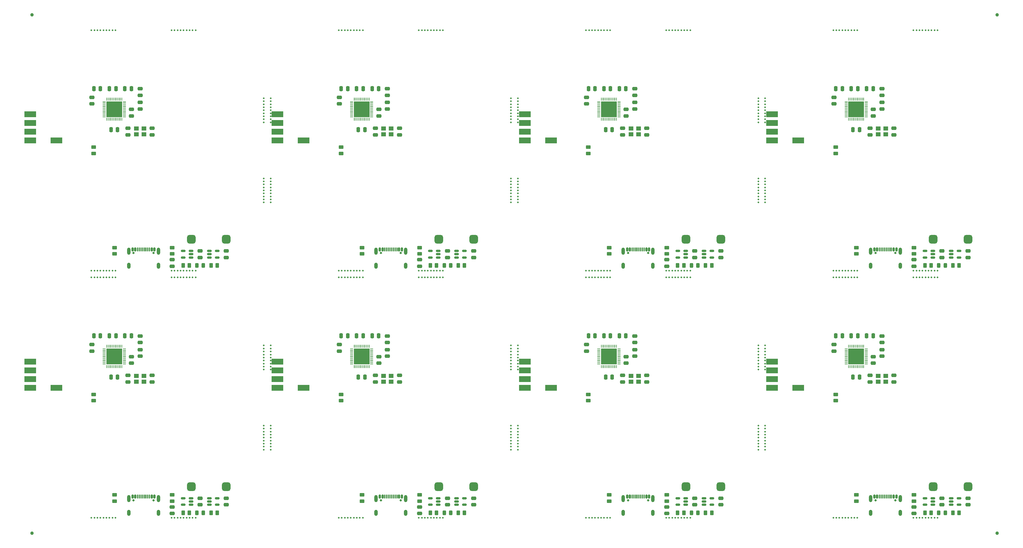
<source format=gbr>
%TF.GenerationSoftware,KiCad,Pcbnew,8.0.6-8.0.6-0~ubuntu24.04.1*%
%TF.CreationDate,2024-11-29T19:36:17+05:00*%
%TF.ProjectId,panel,70616e65-6c2e-46b6-9963-61645f706362,rev?*%
%TF.SameCoordinates,Original*%
%TF.FileFunction,Soldermask,Top*%
%TF.FilePolarity,Negative*%
%FSLAX46Y46*%
G04 Gerber Fmt 4.6, Leading zero omitted, Abs format (unit mm)*
G04 Created by KiCad (PCBNEW 8.0.6-8.0.6-0~ubuntu24.04.1) date 2024-11-29 19:36:17*
%MOMM*%
%LPD*%
G01*
G04 APERTURE LIST*
G04 Aperture macros list*
%AMRoundRect*
0 Rectangle with rounded corners*
0 $1 Rounding radius*
0 $2 $3 $4 $5 $6 $7 $8 $9 X,Y pos of 4 corners*
0 Add a 4 corners polygon primitive as box body*
4,1,4,$2,$3,$4,$5,$6,$7,$8,$9,$2,$3,0*
0 Add four circle primitives for the rounded corners*
1,1,$1+$1,$2,$3*
1,1,$1+$1,$4,$5*
1,1,$1+$1,$6,$7*
1,1,$1+$1,$8,$9*
0 Add four rect primitives between the rounded corners*
20,1,$1+$1,$2,$3,$4,$5,0*
20,1,$1+$1,$4,$5,$6,$7,0*
20,1,$1+$1,$6,$7,$8,$9,0*
20,1,$1+$1,$8,$9,$2,$3,0*%
G04 Aperture macros list end*
%ADD10RoundRect,0.250000X0.250000X0.475000X-0.250000X0.475000X-0.250000X-0.475000X0.250000X-0.475000X0*%
%ADD11C,0.500000*%
%ADD12R,3.400000X1.800000*%
%ADD13RoundRect,0.250000X-0.250000X-0.475000X0.250000X-0.475000X0.250000X0.475000X-0.250000X0.475000X0*%
%ADD14C,0.650000*%
%ADD15RoundRect,0.150000X-0.150000X-0.425000X0.150000X-0.425000X0.150000X0.425000X-0.150000X0.425000X0*%
%ADD16RoundRect,0.075000X-0.075000X-0.500000X0.075000X-0.500000X0.075000X0.500000X-0.075000X0.500000X0*%
%ADD17O,1.000000X2.100000*%
%ADD18O,1.000000X1.800000*%
%ADD19RoundRect,0.250000X0.475000X-0.250000X0.475000X0.250000X-0.475000X0.250000X-0.475000X-0.250000X0*%
%ADD20RoundRect,0.250000X-0.475000X0.250000X-0.475000X-0.250000X0.475000X-0.250000X0.475000X0.250000X0*%
%ADD21RoundRect,0.250000X0.450000X-0.262500X0.450000X0.262500X-0.450000X0.262500X-0.450000X-0.262500X0*%
%ADD22RoundRect,0.243750X-0.243750X-0.456250X0.243750X-0.456250X0.243750X0.456250X-0.243750X0.456250X0*%
%ADD23RoundRect,0.150000X-0.512500X-0.150000X0.512500X-0.150000X0.512500X0.150000X-0.512500X0.150000X0*%
%ADD24RoundRect,0.150000X0.512500X0.150000X-0.512500X0.150000X-0.512500X-0.150000X0.512500X-0.150000X0*%
%ADD25C,1.000000*%
%ADD26RoundRect,0.050000X-0.050000X0.350000X-0.050000X-0.350000X0.050000X-0.350000X0.050000X0.350000X0*%
%ADD27RoundRect,0.050000X-0.350000X0.050000X-0.350000X-0.050000X0.350000X-0.050000X0.350000X0.050000X0*%
%ADD28R,4.600000X4.600000*%
%ADD29RoundRect,0.250000X-0.262500X-0.450000X0.262500X-0.450000X0.262500X0.450000X-0.262500X0.450000X0*%
%ADD30RoundRect,0.250000X0.262500X0.450000X-0.262500X0.450000X-0.262500X-0.450000X0.262500X-0.450000X0*%
%ADD31RoundRect,0.250000X-0.450000X0.262500X-0.450000X-0.262500X0.450000X-0.262500X0.450000X0.262500X0*%
%ADD32RoundRect,0.625000X-0.625000X-0.625000X0.625000X-0.625000X0.625000X0.625000X-0.625000X0.625000X0*%
%ADD33R,1.400000X1.200000*%
G04 APERTURE END LIST*
D10*
%TO.C,C9*%
X104450000Y-116001500D03*
X102550000Y-116001500D03*
%TD*%
D11*
%TO.C,KiKit_MB_8_4*%
X77500000Y-74543416D03*
%TD*%
%TO.C,KiKit_MB_38_1*%
X147500000Y-142167166D03*
%TD*%
D12*
%TO.C,TP5*%
X223500000Y-54041500D03*
%TD*%
D11*
%TO.C,KiKit_MB_25_1*%
X241332333Y-27001500D03*
%TD*%
D13*
%TO.C,C8*%
X251050000Y-116001500D03*
X252950000Y-116001500D03*
%TD*%
D11*
%TO.C,KiKit_MB_6_6*%
X51291416Y-97001500D03*
%TD*%
D10*
%TO.C,C10*%
X171950000Y-116031500D03*
X170050000Y-116031500D03*
%TD*%
D14*
%TO.C,J1*%
X37610000Y-91896500D03*
X43390000Y-91896500D03*
D15*
X37300000Y-90821500D03*
X38100000Y-90821500D03*
D16*
X39250000Y-90821500D03*
X40250000Y-90821500D03*
X40750000Y-90821500D03*
X41750000Y-90821500D03*
D15*
X42900000Y-90821500D03*
X43700000Y-90821500D03*
X43700000Y-90821500D03*
X42900000Y-90821500D03*
D16*
X42250000Y-90821500D03*
X41250000Y-90821500D03*
X39750000Y-90821500D03*
X38750000Y-90821500D03*
D15*
X38100000Y-90821500D03*
X37300000Y-90821500D03*
D17*
X36180000Y-91396500D03*
D18*
X36180000Y-95576500D03*
D17*
X44820000Y-91396500D03*
D18*
X44820000Y-95576500D03*
%TD*%
D19*
%TO.C,C1*%
X36000000Y-129451500D03*
X36000000Y-127551500D03*
%TD*%
D11*
%TO.C,KiKit_MB_48_9*%
X199667666Y-99001500D03*
%TD*%
%TO.C,KiKit_MB_6_4*%
X53041916Y-97001500D03*
%TD*%
%TO.C,KiKit_MB_12_8*%
X126792416Y-27001500D03*
%TD*%
%TO.C,KiKit_MB_36_8*%
X77500000Y-143042416D03*
%TD*%
%TO.C,KiKit_MB_49_9*%
X169332333Y-169001500D03*
%TD*%
%TO.C,KiKit_MB_38_6*%
X147500000Y-146543416D03*
%TD*%
%TO.C,KiKit_MB_41_8*%
X98207583Y-169001500D03*
%TD*%
D14*
%TO.C,J1*%
X109610000Y-91896500D03*
X115390000Y-91896500D03*
D15*
X109300000Y-90821500D03*
X110100000Y-90821500D03*
D16*
X111250000Y-90821500D03*
X112250000Y-90821500D03*
X112750000Y-90821500D03*
X113750000Y-90821500D03*
D15*
X114900000Y-90821500D03*
X115700000Y-90821500D03*
X115700000Y-90821500D03*
X114900000Y-90821500D03*
D16*
X114250000Y-90821500D03*
X113250000Y-90821500D03*
X111750000Y-90821500D03*
X110750000Y-90821500D03*
D15*
X110100000Y-90821500D03*
X109300000Y-90821500D03*
D17*
X108180000Y-91396500D03*
D18*
X108180000Y-95576500D03*
D17*
X116820000Y-91396500D03*
D18*
X116820000Y-95576500D03*
%TD*%
D10*
%TO.C,C7*%
X248950000Y-128001500D03*
X247050000Y-128001500D03*
%TD*%
D11*
%TO.C,KiKit_MB_20_1*%
X192665666Y-27001500D03*
%TD*%
D20*
%TO.C,C6*%
X111500000Y-48051500D03*
X111500000Y-49951500D03*
%TD*%
D19*
%TO.C,C4*%
X39500000Y-117951500D03*
X39500000Y-116051500D03*
%TD*%
D11*
%TO.C,KiKit_MB_31_4*%
X27958084Y-99001500D03*
%TD*%
D21*
%TO.C,R4*%
X176090000Y-92136000D03*
X176090000Y-90311000D03*
%TD*%
D19*
%TO.C,C3*%
X109000000Y-123951500D03*
X109000000Y-122051500D03*
%TD*%
D12*
%TO.C,TP3*%
X79500000Y-56581500D03*
%TD*%
D11*
%TO.C,KiKit_MB_29_6*%
X75500000Y-123210083D03*
%TD*%
%TO.C,KiKit_MB_33_4*%
X29708584Y-169001500D03*
%TD*%
%TO.C,KiKit_MB_50_8*%
X193540916Y-169001500D03*
%TD*%
%TO.C,KiKit_MB_23_5*%
X221500000Y-50334834D03*
%TD*%
%TO.C,KiKit_MB_50_3*%
X197917166Y-169001500D03*
%TD*%
%TO.C,KiKit_MB_38_2*%
X147500000Y-143042416D03*
%TD*%
%TO.C,KiKit_MB_48_8*%
X198792416Y-99001500D03*
%TD*%
%TO.C,KiKit_MB_51_3*%
X221500000Y-124085333D03*
%TD*%
%TO.C,KiKit_MB_34_8*%
X49540916Y-169001500D03*
%TD*%
D12*
%TO.C,TP4*%
X79500000Y-123501500D03*
%TD*%
D11*
%TO.C,KiKit_MB_25_9*%
X248334333Y-27001500D03*
%TD*%
%TO.C,KiKit_MB_56_5*%
X268166666Y-169001500D03*
%TD*%
%TO.C,KiKit_MB_21_4*%
X173708583Y-97001500D03*
%TD*%
%TO.C,KiKit_MB_31_8*%
X31459084Y-99001500D03*
%TD*%
%TO.C,KiKit_MB_50_2*%
X198792416Y-169001500D03*
%TD*%
D22*
%TO.C,D2*%
X200044500Y-167541500D03*
X201919500Y-167541500D03*
%TD*%
D11*
%TO.C,KiKit_MB_21_1*%
X176334333Y-97001500D03*
%TD*%
%TO.C,KiKit_MB_17_7*%
X219500000Y-52085334D03*
%TD*%
%TO.C,KiKit_MB_14_7*%
X122416166Y-97001500D03*
%TD*%
%TO.C,KiKit_MB_45_6*%
X219500000Y-123210083D03*
%TD*%
%TO.C,KiKit_MB_8_9*%
X77500000Y-70167166D03*
%TD*%
D12*
%TO.C,TP3*%
X223500000Y-128581500D03*
%TD*%
D11*
%TO.C,KiKit_MB_23_2*%
X221500000Y-52960584D03*
%TD*%
%TO.C,KiKit_MB_28_1*%
X271667666Y-97001500D03*
%TD*%
%TO.C,KiKit_MB_35_2*%
X77500000Y-124960583D03*
%TD*%
%TO.C,KiKit_MB_54_1*%
X264665666Y-99001500D03*
%TD*%
%TO.C,KiKit_MB_53_5*%
X244833333Y-99001500D03*
%TD*%
%TO.C,KiKit_MB_29_9*%
X75500000Y-125835833D03*
%TD*%
%TO.C,KiKit_MB_50_5*%
X196166666Y-169001500D03*
%TD*%
%TO.C,KiKit_MB_43_2*%
X149500000Y-124960583D03*
%TD*%
%TO.C,KiKit_MB_50_1*%
X199667666Y-169001500D03*
%TD*%
%TO.C,KiKit_MB_36_3*%
X77500000Y-147418666D03*
%TD*%
D19*
%TO.C,C4*%
X183500000Y-45951500D03*
X183500000Y-44051500D03*
%TD*%
D12*
%TO.C,TP5*%
X151500000Y-54041500D03*
%TD*%
D11*
%TO.C,KiKit_MB_17_2*%
X219500000Y-47709084D03*
%TD*%
%TO.C,KiKit_MB_11_4*%
X99958083Y-27001500D03*
%TD*%
%TO.C,KiKit_MB_7_2*%
X77500000Y-52960584D03*
%TD*%
%TO.C,KiKit_MB_38_7*%
X147500000Y-147418666D03*
%TD*%
%TO.C,KiKit_MB_39_6*%
X101708583Y-99001500D03*
%TD*%
D20*
%TO.C,C6*%
X111500000Y-120051500D03*
X111500000Y-121951500D03*
%TD*%
D11*
%TO.C,KiKit_MB_13_5*%
X100833333Y-97001500D03*
%TD*%
D19*
%TO.C,C5*%
X25500000Y-48451500D03*
X25500000Y-46551500D03*
%TD*%
D13*
%TO.C,C8*%
X107050000Y-116001500D03*
X108950000Y-116001500D03*
%TD*%
D19*
%TO.C,C1*%
X252000000Y-57451500D03*
X252000000Y-55551500D03*
%TD*%
D11*
%TO.C,KiKit_MB_48_1*%
X192665666Y-99001500D03*
%TD*%
D23*
%TO.C,U2*%
X59654500Y-91289500D03*
X59654500Y-92239500D03*
X59654500Y-93189500D03*
X61929500Y-93189500D03*
X61929500Y-91289500D03*
%TD*%
D14*
%TO.C,J1*%
X181610000Y-91896500D03*
X187390000Y-91896500D03*
D15*
X181300000Y-90821500D03*
X182100000Y-90821500D03*
D16*
X183250000Y-90821500D03*
X184250000Y-90821500D03*
X184750000Y-90821500D03*
X185750000Y-90821500D03*
D15*
X186900000Y-90821500D03*
X187700000Y-90821500D03*
X187700000Y-90821500D03*
X186900000Y-90821500D03*
D16*
X186250000Y-90821500D03*
X185250000Y-90821500D03*
X183750000Y-90821500D03*
X182750000Y-90821500D03*
D15*
X182100000Y-90821500D03*
X181300000Y-90821500D03*
D17*
X180180000Y-91396500D03*
D18*
X180180000Y-95576500D03*
D17*
X188820000Y-91396500D03*
D18*
X188820000Y-95576500D03*
%TD*%
D10*
%TO.C,C7*%
X104950000Y-56001500D03*
X103050000Y-56001500D03*
%TD*%
D11*
%TO.C,KiKit_MB_17_6*%
X219500000Y-51210084D03*
%TD*%
%TO.C,KiKit_MB_32_8*%
X54792416Y-99001500D03*
%TD*%
D24*
%TO.C,U3*%
X198309500Y-165189500D03*
X198309500Y-164239500D03*
X198309500Y-163289500D03*
X196034500Y-163289500D03*
X196034500Y-165189500D03*
%TD*%
D20*
%TO.C,C2*%
X43000000Y-55551500D03*
X43000000Y-57451500D03*
%TD*%
D11*
%TO.C,KiKit_MB_5_5*%
X28833334Y-97001500D03*
%TD*%
%TO.C,KiKit_MB_37_3*%
X147500000Y-120584333D03*
%TD*%
%TO.C,KiKit_MB_41_7*%
X99082833Y-169001500D03*
%TD*%
D25*
%TO.C,KiKit_FID_T_1*%
X8000000Y-22500000D03*
%TD*%
D11*
%TO.C,KiKit_MB_47_9*%
X176334333Y-99001500D03*
%TD*%
%TO.C,KiKit_MB_52_4*%
X221500000Y-146543416D03*
%TD*%
D12*
%TO.C,TP1*%
X87120000Y-131121500D03*
%TD*%
D11*
%TO.C,KiKit_MB_27_4*%
X245708583Y-97001500D03*
%TD*%
%TO.C,KiKit_MB_16_3*%
X149500000Y-75418666D03*
%TD*%
D13*
%TO.C,C8*%
X251050000Y-44001500D03*
X252950000Y-44001500D03*
%TD*%
D21*
%TO.C,R4*%
X104090000Y-164136000D03*
X104090000Y-162311000D03*
%TD*%
D11*
%TO.C,KiKit_MB_34_7*%
X50416166Y-169001500D03*
%TD*%
%TO.C,KiKit_MB_32_2*%
X49540916Y-99001500D03*
%TD*%
D21*
%TO.C,R4*%
X248090000Y-92136000D03*
X248090000Y-90311000D03*
%TD*%
D20*
%TO.C,C6*%
X183500000Y-48051500D03*
X183500000Y-49951500D03*
%TD*%
D11*
%TO.C,KiKit_MB_3_8*%
X31459084Y-27001500D03*
%TD*%
%TO.C,KiKit_MB_18_7*%
X219500000Y-75418666D03*
%TD*%
%TO.C,KiKit_MB_53_1*%
X241332333Y-99001500D03*
%TD*%
D12*
%TO.C,TP3*%
X151500000Y-128581500D03*
%TD*%
D11*
%TO.C,KiKit_MB_26_5*%
X268166666Y-27001500D03*
%TD*%
D23*
%TO.C,U2*%
X275654500Y-91289500D03*
X275654500Y-92239500D03*
X275654500Y-93189500D03*
X277929500Y-93189500D03*
X277929500Y-91289500D03*
%TD*%
D11*
%TO.C,KiKit_MB_14_8*%
X121540916Y-97001500D03*
%TD*%
%TO.C,KiKit_MB_44_2*%
X149500000Y-148293916D03*
%TD*%
D26*
%TO.C,U1*%
X106200000Y-47051500D03*
X105800000Y-47051500D03*
X105400000Y-47051500D03*
X105000000Y-47051500D03*
X104600000Y-47051500D03*
X104200000Y-47051500D03*
X103800000Y-47051500D03*
X103400000Y-47051500D03*
X103000000Y-47051500D03*
X102600000Y-47051500D03*
X102200000Y-47051500D03*
X101800000Y-47051500D03*
D27*
X101050000Y-47801500D03*
X101050000Y-48201500D03*
X101050000Y-48601500D03*
X101050000Y-49001500D03*
X101050000Y-49401500D03*
X101050000Y-49801500D03*
X101050000Y-50201500D03*
X101050000Y-50601500D03*
X101050000Y-51001500D03*
X101050000Y-51401500D03*
X101050000Y-51801500D03*
X101050000Y-52201500D03*
D26*
X101800000Y-52951500D03*
X102200000Y-52951500D03*
X102600000Y-52951500D03*
X103000000Y-52951500D03*
X103400000Y-52951500D03*
X103800000Y-52951500D03*
X104200000Y-52951500D03*
X104600000Y-52951500D03*
X105000000Y-52951500D03*
X105400000Y-52951500D03*
X105800000Y-52951500D03*
X106200000Y-52951500D03*
D27*
X106950000Y-52201500D03*
X106950000Y-51801500D03*
X106950000Y-51401500D03*
X106950000Y-51001500D03*
X106950000Y-50601500D03*
X106950000Y-50201500D03*
X106950000Y-49801500D03*
X106950000Y-49401500D03*
X106950000Y-49001500D03*
X106950000Y-48601500D03*
X106950000Y-48201500D03*
X106950000Y-47801500D03*
D28*
X104000000Y-50001500D03*
%TD*%
D26*
%TO.C,U1*%
X34200000Y-119051500D03*
X33800000Y-119051500D03*
X33400000Y-119051500D03*
X33000000Y-119051500D03*
X32600000Y-119051500D03*
X32200000Y-119051500D03*
X31800000Y-119051500D03*
X31400000Y-119051500D03*
X31000000Y-119051500D03*
X30600000Y-119051500D03*
X30200000Y-119051500D03*
X29800000Y-119051500D03*
D27*
X29050000Y-119801500D03*
X29050000Y-120201500D03*
X29050000Y-120601500D03*
X29050000Y-121001500D03*
X29050000Y-121401500D03*
X29050000Y-121801500D03*
X29050000Y-122201500D03*
X29050000Y-122601500D03*
X29050000Y-123001500D03*
X29050000Y-123401500D03*
X29050000Y-123801500D03*
X29050000Y-124201500D03*
D26*
X29800000Y-124951500D03*
X30200000Y-124951500D03*
X30600000Y-124951500D03*
X31000000Y-124951500D03*
X31400000Y-124951500D03*
X31800000Y-124951500D03*
X32200000Y-124951500D03*
X32600000Y-124951500D03*
X33000000Y-124951500D03*
X33400000Y-124951500D03*
X33800000Y-124951500D03*
X34200000Y-124951500D03*
D27*
X34950000Y-124201500D03*
X34950000Y-123801500D03*
X34950000Y-123401500D03*
X34950000Y-123001500D03*
X34950000Y-122601500D03*
X34950000Y-122201500D03*
X34950000Y-121801500D03*
X34950000Y-121401500D03*
X34950000Y-121001500D03*
X34950000Y-120601500D03*
X34950000Y-120201500D03*
X34950000Y-119801500D03*
D28*
X32000000Y-122001500D03*
%TD*%
D10*
%TO.C,C9*%
X176450000Y-44001500D03*
X174550000Y-44001500D03*
%TD*%
D29*
%TO.C,R2*%
X196005500Y-95541500D03*
X197830500Y-95541500D03*
%TD*%
D11*
%TO.C,KiKit_MB_35_4*%
X77500000Y-123210083D03*
%TD*%
%TO.C,KiKit_MB_16_6*%
X149500000Y-72792916D03*
%TD*%
%TO.C,KiKit_MB_27_7*%
X243082833Y-97001500D03*
%TD*%
D26*
%TO.C,U1*%
X106200000Y-119051500D03*
X105800000Y-119051500D03*
X105400000Y-119051500D03*
X105000000Y-119051500D03*
X104600000Y-119051500D03*
X104200000Y-119051500D03*
X103800000Y-119051500D03*
X103400000Y-119051500D03*
X103000000Y-119051500D03*
X102600000Y-119051500D03*
X102200000Y-119051500D03*
X101800000Y-119051500D03*
D27*
X101050000Y-119801500D03*
X101050000Y-120201500D03*
X101050000Y-120601500D03*
X101050000Y-121001500D03*
X101050000Y-121401500D03*
X101050000Y-121801500D03*
X101050000Y-122201500D03*
X101050000Y-122601500D03*
X101050000Y-123001500D03*
X101050000Y-123401500D03*
X101050000Y-123801500D03*
X101050000Y-124201500D03*
D26*
X101800000Y-124951500D03*
X102200000Y-124951500D03*
X102600000Y-124951500D03*
X103000000Y-124951500D03*
X103400000Y-124951500D03*
X103800000Y-124951500D03*
X104200000Y-124951500D03*
X104600000Y-124951500D03*
X105000000Y-124951500D03*
X105400000Y-124951500D03*
X105800000Y-124951500D03*
X106200000Y-124951500D03*
D27*
X106950000Y-124201500D03*
X106950000Y-123801500D03*
X106950000Y-123401500D03*
X106950000Y-123001500D03*
X106950000Y-122601500D03*
X106950000Y-122201500D03*
X106950000Y-121801500D03*
X106950000Y-121401500D03*
X106950000Y-121001500D03*
X106950000Y-120601500D03*
X106950000Y-120201500D03*
X106950000Y-119801500D03*
D28*
X104000000Y-122001500D03*
%TD*%
D11*
%TO.C,KiKit_MB_6_9*%
X48665666Y-97001500D03*
%TD*%
%TO.C,KiKit_MB_40_4*%
X123291416Y-99001500D03*
%TD*%
%TO.C,KiKit_MB_23_9*%
X221500000Y-46833834D03*
%TD*%
%TO.C,KiKit_MB_39_5*%
X100833333Y-99001500D03*
%TD*%
D20*
%TO.C,C11*%
X136602000Y-163289500D03*
X136602000Y-165189500D03*
%TD*%
D11*
%TO.C,KiKit_MB_55_4*%
X245708583Y-169001500D03*
%TD*%
%TO.C,KiKit_MB_17_8*%
X219500000Y-52960584D03*
%TD*%
%TO.C,KiKit_MB_47_7*%
X174583833Y-99001500D03*
%TD*%
%TO.C,KiKit_MB_26_2*%
X265540916Y-27001500D03*
%TD*%
%TO.C,KiKit_MB_35_1*%
X77500000Y-125835833D03*
%TD*%
D20*
%TO.C,C12*%
X128982000Y-163289500D03*
X128982000Y-165189500D03*
%TD*%
D11*
%TO.C,KiKit_MB_54_2*%
X265540916Y-99001500D03*
%TD*%
%TO.C,KiKit_MB_13_3*%
X102583833Y-97001500D03*
%TD*%
D12*
%TO.C,TP1*%
X231120000Y-59121500D03*
%TD*%
D20*
%TO.C,C11*%
X280602000Y-163289500D03*
X280602000Y-165189500D03*
%TD*%
D11*
%TO.C,KiKit_MB_18_9*%
X219500000Y-77169166D03*
%TD*%
D12*
%TO.C,TP3*%
X223500000Y-56581500D03*
%TD*%
D11*
%TO.C,KiKit_MB_52_3*%
X221500000Y-147418666D03*
%TD*%
%TO.C,KiKit_MB_15_2*%
X149500000Y-52960584D03*
%TD*%
%TO.C,KiKit_MB_38_4*%
X147500000Y-144792916D03*
%TD*%
%TO.C,KiKit_MB_30_9*%
X75500000Y-149169166D03*
%TD*%
D25*
%TO.C,KiKit_FID_T_2*%
X289000000Y-22500000D03*
%TD*%
D19*
%TO.C,C3*%
X253000000Y-123951500D03*
X253000000Y-122051500D03*
%TD*%
D11*
%TO.C,KiKit_MB_44_4*%
X149500000Y-146543416D03*
%TD*%
%TO.C,KiKit_MB_49_7*%
X171082833Y-169001500D03*
%TD*%
%TO.C,KiKit_MB_13_1*%
X104334333Y-97001500D03*
%TD*%
D12*
%TO.C,TP5*%
X79500000Y-54041500D03*
%TD*%
D11*
%TO.C,KiKit_MB_22_4*%
X197041916Y-97001500D03*
%TD*%
D22*
%TO.C,D2*%
X128044500Y-95541500D03*
X129919500Y-95541500D03*
%TD*%
D10*
%TO.C,C7*%
X176950000Y-128001500D03*
X175050000Y-128001500D03*
%TD*%
D11*
%TO.C,KiKit_MB_7_7*%
X77500000Y-48584334D03*
%TD*%
%TO.C,KiKit_MB_55_9*%
X241332333Y-169001500D03*
%TD*%
%TO.C,KiKit_MB_34_5*%
X52166666Y-169001500D03*
%TD*%
%TO.C,KiKit_MB_45_4*%
X219500000Y-121459583D03*
%TD*%
D19*
%TO.C,C5*%
X25500000Y-120451500D03*
X25500000Y-118551500D03*
%TD*%
D11*
%TO.C,KiKit_MB_51_9*%
X221500000Y-118833833D03*
%TD*%
%TO.C,KiKit_MB_50_7*%
X194416166Y-169001500D03*
%TD*%
D19*
%TO.C,C13*%
X48854000Y-95729500D03*
X48854000Y-93829500D03*
%TD*%
D13*
%TO.C,C8*%
X179050000Y-116001500D03*
X180950000Y-116001500D03*
%TD*%
D30*
%TO.C,R3*%
X277958500Y-95541500D03*
X276133500Y-95541500D03*
%TD*%
D11*
%TO.C,KiKit_MB_52_5*%
X221500000Y-145668166D03*
%TD*%
%TO.C,KiKit_MB_19_3*%
X171082833Y-27001500D03*
%TD*%
%TO.C,KiKit_MB_35_8*%
X77500000Y-119709083D03*
%TD*%
%TO.C,KiKit_MB_21_2*%
X175459083Y-97001500D03*
%TD*%
%TO.C,KiKit_MB_46_7*%
X219500000Y-147418666D03*
%TD*%
%TO.C,KiKit_MB_18_5*%
X219500000Y-73668166D03*
%TD*%
%TO.C,KiKit_MB_33_3*%
X30583834Y-169001500D03*
%TD*%
%TO.C,KiKit_MB_11_3*%
X99082833Y-27001500D03*
%TD*%
D31*
%TO.C,R1*%
X98000000Y-61089000D03*
X98000000Y-62914000D03*
%TD*%
D11*
%TO.C,KiKit_MB_51_8*%
X221500000Y-119709083D03*
%TD*%
%TO.C,KiKit_MB_45_9*%
X219500000Y-125835833D03*
%TD*%
%TO.C,KiKit_MB_2_4*%
X75500000Y-72792916D03*
%TD*%
%TO.C,KiKit_MB_29_4*%
X75500000Y-121459583D03*
%TD*%
%TO.C,KiKit_MB_25_8*%
X247459083Y-27001500D03*
%TD*%
%TO.C,KiKit_MB_34_6*%
X51291416Y-169001500D03*
%TD*%
%TO.C,KiKit_MB_22_9*%
X192665666Y-97001500D03*
%TD*%
%TO.C,KiKit_MB_13_7*%
X99082833Y-97001500D03*
%TD*%
%TO.C,KiKit_MB_25_5*%
X244833333Y-27001500D03*
%TD*%
%TO.C,KiKit_MB_6_7*%
X50416166Y-97001500D03*
%TD*%
D10*
%TO.C,C10*%
X171950000Y-44031500D03*
X170050000Y-44031500D03*
%TD*%
D11*
%TO.C,KiKit_MB_51_4*%
X221500000Y-123210083D03*
%TD*%
%TO.C,KiKit_MB_33_8*%
X26207584Y-169001500D03*
%TD*%
D12*
%TO.C,TP2*%
X79500000Y-59121500D03*
%TD*%
D11*
%TO.C,KiKit_MB_33_2*%
X31459084Y-169001500D03*
%TD*%
%TO.C,KiKit_MB_38_8*%
X147500000Y-148293916D03*
%TD*%
%TO.C,KiKit_MB_37_2*%
X147500000Y-119709083D03*
%TD*%
%TO.C,KiKit_MB_4_4*%
X51291416Y-27001500D03*
%TD*%
%TO.C,KiKit_MB_16_9*%
X149500000Y-70167166D03*
%TD*%
D19*
%TO.C,C5*%
X241500000Y-120451500D03*
X241500000Y-118551500D03*
%TD*%
D24*
%TO.C,U3*%
X270309500Y-93189500D03*
X270309500Y-92239500D03*
X270309500Y-91289500D03*
X268034500Y-91289500D03*
X268034500Y-93189500D03*
%TD*%
D11*
%TO.C,KiKit_MB_27_1*%
X248334333Y-97001500D03*
%TD*%
D31*
%TO.C,R1*%
X170000000Y-61089000D03*
X170000000Y-62914000D03*
%TD*%
D11*
%TO.C,KiKit_MB_45_3*%
X219500000Y-120584333D03*
%TD*%
D32*
%TO.C,BT1*%
X198442000Y-159921500D03*
X208602000Y-159921500D03*
%TD*%
D11*
%TO.C,KiKit_MB_42_7*%
X122416166Y-169001500D03*
%TD*%
%TO.C,KiKit_MB_16_2*%
X149500000Y-76293916D03*
%TD*%
D23*
%TO.C,U2*%
X131654500Y-91289500D03*
X131654500Y-92239500D03*
X131654500Y-93189500D03*
X133929500Y-93189500D03*
X133929500Y-91289500D03*
%TD*%
D11*
%TO.C,KiKit_MB_50_4*%
X197041916Y-169001500D03*
%TD*%
%TO.C,KiKit_MB_54_9*%
X271667666Y-99001500D03*
%TD*%
%TO.C,KiKit_MB_28_6*%
X267291416Y-97001500D03*
%TD*%
D20*
%TO.C,C6*%
X255500000Y-120051500D03*
X255500000Y-121951500D03*
%TD*%
D11*
%TO.C,KiKit_MB_52_2*%
X221500000Y-148293916D03*
%TD*%
%TO.C,KiKit_MB_11_7*%
X102583833Y-27001500D03*
%TD*%
%TO.C,KiKit_MB_40_8*%
X126792416Y-99001500D03*
%TD*%
D20*
%TO.C,C6*%
X39500000Y-120051500D03*
X39500000Y-121951500D03*
%TD*%
D22*
%TO.C,D2*%
X128044500Y-167541500D03*
X129919500Y-167541500D03*
%TD*%
D32*
%TO.C,BT1*%
X270442000Y-159921500D03*
X280602000Y-159921500D03*
%TD*%
D11*
%TO.C,KiKit_MB_28_2*%
X270792416Y-97001500D03*
%TD*%
%TO.C,KiKit_MB_33_5*%
X28833334Y-169001500D03*
%TD*%
%TO.C,KiKit_MB_21_3*%
X174583833Y-97001500D03*
%TD*%
D21*
%TO.C,R4*%
X176090000Y-164136000D03*
X176090000Y-162311000D03*
%TD*%
D11*
%TO.C,KiKit_MB_14_2*%
X126792416Y-97001500D03*
%TD*%
%TO.C,KiKit_MB_48_6*%
X197041916Y-99001500D03*
%TD*%
%TO.C,KiKit_MB_3_2*%
X26207584Y-27001500D03*
%TD*%
%TO.C,KiKit_MB_22_6*%
X195291416Y-97001500D03*
%TD*%
%TO.C,KiKit_MB_26_8*%
X270792416Y-27001500D03*
%TD*%
D19*
%TO.C,C4*%
X39500000Y-45951500D03*
X39500000Y-44051500D03*
%TD*%
D11*
%TO.C,KiKit_MB_21_5*%
X172833333Y-97001500D03*
%TD*%
%TO.C,KiKit_MB_15_1*%
X149500000Y-53835834D03*
%TD*%
D19*
%TO.C,C1*%
X36000000Y-57451500D03*
X36000000Y-55551500D03*
%TD*%
D11*
%TO.C,KiKit_MB_6_2*%
X54792416Y-97001500D03*
%TD*%
%TO.C,KiKit_MB_35_6*%
X77500000Y-121459583D03*
%TD*%
%TO.C,KiKit_MB_47_3*%
X171082833Y-99001500D03*
%TD*%
D29*
%TO.C,R2*%
X124005500Y-167541500D03*
X125830500Y-167541500D03*
%TD*%
D11*
%TO.C,KiKit_MB_56_3*%
X269917166Y-169001500D03*
%TD*%
D24*
%TO.C,U3*%
X270309500Y-165189500D03*
X270309500Y-164239500D03*
X270309500Y-163289500D03*
X268034500Y-163289500D03*
X268034500Y-165189500D03*
%TD*%
D11*
%TO.C,KiKit_MB_55_7*%
X243082833Y-169001500D03*
%TD*%
%TO.C,KiKit_MB_55_8*%
X242207583Y-169001500D03*
%TD*%
%TO.C,KiKit_MB_8_3*%
X77500000Y-75418666D03*
%TD*%
%TO.C,KiKit_MB_14_6*%
X123291416Y-97001500D03*
%TD*%
%TO.C,KiKit_MB_20_8*%
X198792416Y-27001500D03*
%TD*%
D29*
%TO.C,R2*%
X268005500Y-95541500D03*
X269830500Y-95541500D03*
%TD*%
D11*
%TO.C,KiKit_MB_20_4*%
X195291416Y-27001500D03*
%TD*%
%TO.C,KiKit_MB_34_2*%
X54792416Y-169001500D03*
%TD*%
D12*
%TO.C,TP1*%
X87120000Y-59121500D03*
%TD*%
D20*
%TO.C,C11*%
X136602000Y-91289500D03*
X136602000Y-93189500D03*
%TD*%
D11*
%TO.C,KiKit_MB_23_8*%
X221500000Y-47709084D03*
%TD*%
D10*
%TO.C,C7*%
X32950000Y-128001500D03*
X31050000Y-128001500D03*
%TD*%
D11*
%TO.C,KiKit_MB_19_5*%
X172833333Y-27001500D03*
%TD*%
%TO.C,KiKit_MB_32_5*%
X52166666Y-99001500D03*
%TD*%
%TO.C,KiKit_MB_21_6*%
X171958083Y-97001500D03*
%TD*%
D20*
%TO.C,C2*%
X187000000Y-127551500D03*
X187000000Y-129451500D03*
%TD*%
D19*
%TO.C,C5*%
X97500000Y-120451500D03*
X97500000Y-118551500D03*
%TD*%
D31*
%TO.C,R5*%
X264854000Y-90311000D03*
X264854000Y-92136000D03*
%TD*%
D11*
%TO.C,KiKit_MB_2_6*%
X75500000Y-74543416D03*
%TD*%
%TO.C,KiKit_MB_11_1*%
X97332333Y-27001500D03*
%TD*%
%TO.C,KiKit_MB_48_3*%
X194416166Y-99001500D03*
%TD*%
%TO.C,KiKit_MB_8_6*%
X77500000Y-72792916D03*
%TD*%
%TO.C,KiKit_MB_35_7*%
X77500000Y-120584333D03*
%TD*%
D12*
%TO.C,TP1*%
X159120000Y-59121500D03*
%TD*%
D31*
%TO.C,R1*%
X26000000Y-133089000D03*
X26000000Y-134914000D03*
%TD*%
D11*
%TO.C,KiKit_MB_13_2*%
X103459083Y-97001500D03*
%TD*%
%TO.C,KiKit_MB_28_4*%
X269041916Y-97001500D03*
%TD*%
%TO.C,KiKit_MB_17_5*%
X219500000Y-50334834D03*
%TD*%
%TO.C,KiKit_MB_17_1*%
X219500000Y-46833834D03*
%TD*%
D19*
%TO.C,C1*%
X108000000Y-57451500D03*
X108000000Y-55551500D03*
%TD*%
D31*
%TO.C,R5*%
X120854000Y-90311000D03*
X120854000Y-92136000D03*
%TD*%
D10*
%TO.C,C10*%
X243950000Y-116031500D03*
X242050000Y-116031500D03*
%TD*%
D11*
%TO.C,KiKit_MB_13_9*%
X97332333Y-97001500D03*
%TD*%
%TO.C,KiKit_MB_18_2*%
X219500000Y-71042416D03*
%TD*%
%TO.C,KiKit_MB_19_1*%
X169332333Y-27001500D03*
%TD*%
D19*
%TO.C,C3*%
X37000000Y-123951500D03*
X37000000Y-122051500D03*
%TD*%
D31*
%TO.C,R5*%
X120854000Y-162311000D03*
X120854000Y-164136000D03*
%TD*%
D11*
%TO.C,KiKit_MB_18_4*%
X219500000Y-72792916D03*
%TD*%
%TO.C,KiKit_MB_27_8*%
X242207583Y-97001500D03*
%TD*%
%TO.C,KiKit_MB_54_8*%
X270792416Y-99001500D03*
%TD*%
%TO.C,KiKit_MB_8_5*%
X77500000Y-73668166D03*
%TD*%
D10*
%TO.C,C9*%
X248450000Y-116001500D03*
X246550000Y-116001500D03*
%TD*%
D11*
%TO.C,KiKit_MB_1_3*%
X75500000Y-48584334D03*
%TD*%
%TO.C,KiKit_MB_37_8*%
X147500000Y-124960583D03*
%TD*%
%TO.C,KiKit_MB_9_6*%
X147500000Y-51210084D03*
%TD*%
D19*
%TO.C,C13*%
X192854000Y-167729500D03*
X192854000Y-165829500D03*
%TD*%
D11*
%TO.C,KiKit_MB_56_6*%
X267291416Y-169001500D03*
%TD*%
%TO.C,KiKit_MB_12_4*%
X123291416Y-27001500D03*
%TD*%
D12*
%TO.C,TP4*%
X151500000Y-123501500D03*
%TD*%
D11*
%TO.C,KiKit_MB_1_8*%
X75500000Y-52960584D03*
%TD*%
%TO.C,KiKit_MB_41_9*%
X97332333Y-169001500D03*
%TD*%
D20*
%TO.C,C11*%
X64602000Y-91289500D03*
X64602000Y-93189500D03*
%TD*%
D11*
%TO.C,KiKit_MB_39_8*%
X103459083Y-99001500D03*
%TD*%
D19*
%TO.C,C3*%
X181000000Y-51951500D03*
X181000000Y-50051500D03*
%TD*%
D11*
%TO.C,KiKit_MB_8_2*%
X77500000Y-76293916D03*
%TD*%
%TO.C,KiKit_MB_6_5*%
X52166666Y-97001500D03*
%TD*%
%TO.C,KiKit_MB_12_3*%
X122416166Y-27001500D03*
%TD*%
%TO.C,KiKit_MB_5_2*%
X31459084Y-97001500D03*
%TD*%
%TO.C,KiKit_MB_11_2*%
X98207583Y-27001500D03*
%TD*%
D10*
%TO.C,C9*%
X32450000Y-116001500D03*
X30550000Y-116001500D03*
%TD*%
D11*
%TO.C,KiKit_MB_44_9*%
X149500000Y-142167166D03*
%TD*%
%TO.C,KiKit_MB_45_8*%
X219500000Y-124960583D03*
%TD*%
D12*
%TO.C,TP2*%
X151500000Y-131121500D03*
%TD*%
D11*
%TO.C,KiKit_MB_3_9*%
X32334334Y-27001500D03*
%TD*%
%TO.C,KiKit_MB_9_1*%
X147500000Y-46833834D03*
%TD*%
%TO.C,KiKit_MB_44_1*%
X149500000Y-149169166D03*
%TD*%
D12*
%TO.C,TP5*%
X223500000Y-126041500D03*
%TD*%
D11*
%TO.C,KiKit_MB_31_5*%
X28833334Y-99001500D03*
%TD*%
%TO.C,KiKit_MB_1_6*%
X75500000Y-51210084D03*
%TD*%
%TO.C,KiKit_MB_54_6*%
X269041916Y-99001500D03*
%TD*%
%TO.C,KiKit_MB_13_4*%
X101708583Y-97001500D03*
%TD*%
D26*
%TO.C,U1*%
X178200000Y-47051500D03*
X177800000Y-47051500D03*
X177400000Y-47051500D03*
X177000000Y-47051500D03*
X176600000Y-47051500D03*
X176200000Y-47051500D03*
X175800000Y-47051500D03*
X175400000Y-47051500D03*
X175000000Y-47051500D03*
X174600000Y-47051500D03*
X174200000Y-47051500D03*
X173800000Y-47051500D03*
D27*
X173050000Y-47801500D03*
X173050000Y-48201500D03*
X173050000Y-48601500D03*
X173050000Y-49001500D03*
X173050000Y-49401500D03*
X173050000Y-49801500D03*
X173050000Y-50201500D03*
X173050000Y-50601500D03*
X173050000Y-51001500D03*
X173050000Y-51401500D03*
X173050000Y-51801500D03*
X173050000Y-52201500D03*
D26*
X173800000Y-52951500D03*
X174200000Y-52951500D03*
X174600000Y-52951500D03*
X175000000Y-52951500D03*
X175400000Y-52951500D03*
X175800000Y-52951500D03*
X176200000Y-52951500D03*
X176600000Y-52951500D03*
X177000000Y-52951500D03*
X177400000Y-52951500D03*
X177800000Y-52951500D03*
X178200000Y-52951500D03*
D27*
X178950000Y-52201500D03*
X178950000Y-51801500D03*
X178950000Y-51401500D03*
X178950000Y-51001500D03*
X178950000Y-50601500D03*
X178950000Y-50201500D03*
X178950000Y-49801500D03*
X178950000Y-49401500D03*
X178950000Y-49001500D03*
X178950000Y-48601500D03*
X178950000Y-48201500D03*
X178950000Y-47801500D03*
D28*
X176000000Y-50001500D03*
%TD*%
D11*
%TO.C,KiKit_MB_27_9*%
X241332333Y-97001500D03*
%TD*%
%TO.C,KiKit_MB_20_9*%
X199667666Y-27001500D03*
%TD*%
%TO.C,KiKit_MB_45_1*%
X219500000Y-118833833D03*
%TD*%
D32*
%TO.C,BT1*%
X198442000Y-87921500D03*
X208602000Y-87921500D03*
%TD*%
D19*
%TO.C,C1*%
X252000000Y-129451500D03*
X252000000Y-127551500D03*
%TD*%
D11*
%TO.C,KiKit_MB_29_3*%
X75500000Y-120584333D03*
%TD*%
D10*
%TO.C,C10*%
X27950000Y-116031500D03*
X26050000Y-116031500D03*
%TD*%
D32*
%TO.C,BT1*%
X54442000Y-87921500D03*
X64602000Y-87921500D03*
%TD*%
D11*
%TO.C,KiKit_MB_52_7*%
X221500000Y-143917666D03*
%TD*%
%TO.C,KiKit_MB_43_3*%
X149500000Y-124085333D03*
%TD*%
%TO.C,KiKit_MB_36_1*%
X77500000Y-149169166D03*
%TD*%
%TO.C,KiKit_MB_53_3*%
X243082833Y-99001500D03*
%TD*%
%TO.C,KiKit_MB_42_5*%
X124166666Y-169001500D03*
%TD*%
%TO.C,KiKit_MB_25_7*%
X246583833Y-27001500D03*
%TD*%
D31*
%TO.C,R1*%
X26000000Y-61089000D03*
X26000000Y-62914000D03*
%TD*%
D11*
%TO.C,KiKit_MB_17_4*%
X219500000Y-49459584D03*
%TD*%
%TO.C,KiKit_MB_16_5*%
X149500000Y-73668166D03*
%TD*%
%TO.C,KiKit_MB_32_1*%
X48665666Y-99001500D03*
%TD*%
D20*
%TO.C,C12*%
X200982000Y-91289500D03*
X200982000Y-93189500D03*
%TD*%
D11*
%TO.C,KiKit_MB_54_7*%
X269917166Y-99001500D03*
%TD*%
%TO.C,KiKit_MB_53_7*%
X246583833Y-99001500D03*
%TD*%
%TO.C,KiKit_MB_22_8*%
X193540916Y-97001500D03*
%TD*%
%TO.C,KiKit_MB_26_7*%
X269917166Y-27001500D03*
%TD*%
D20*
%TO.C,C6*%
X39500000Y-48051500D03*
X39500000Y-49951500D03*
%TD*%
D11*
%TO.C,KiKit_MB_37_9*%
X147500000Y-125835833D03*
%TD*%
%TO.C,KiKit_MB_48_7*%
X197917166Y-99001500D03*
%TD*%
D10*
%TO.C,C9*%
X176450000Y-116001500D03*
X174550000Y-116001500D03*
%TD*%
D12*
%TO.C,TP5*%
X79500000Y-126041500D03*
%TD*%
D11*
%TO.C,KiKit_MB_19_6*%
X173708583Y-27001500D03*
%TD*%
%TO.C,KiKit_MB_46_4*%
X219500000Y-144792916D03*
%TD*%
D10*
%TO.C,C9*%
X104450000Y-44001500D03*
X102550000Y-44001500D03*
%TD*%
%TO.C,C10*%
X99950000Y-44031500D03*
X98050000Y-44031500D03*
%TD*%
D11*
%TO.C,KiKit_MB_2_5*%
X75500000Y-73668166D03*
%TD*%
%TO.C,KiKit_MB_1_7*%
X75500000Y-52085334D03*
%TD*%
%TO.C,KiKit_MB_43_6*%
X149500000Y-121459583D03*
%TD*%
%TO.C,KiKit_MB_30_6*%
X75500000Y-146543416D03*
%TD*%
%TO.C,KiKit_MB_29_7*%
X75500000Y-124085333D03*
%TD*%
%TO.C,KiKit_MB_24_9*%
X221500000Y-70167166D03*
%TD*%
%TO.C,KiKit_MB_4_2*%
X49540916Y-27001500D03*
%TD*%
%TO.C,KiKit_MB_56_1*%
X271667666Y-169001500D03*
%TD*%
%TO.C,KiKit_MB_56_2*%
X270792416Y-169001500D03*
%TD*%
%TO.C,KiKit_MB_33_1*%
X32334334Y-169001500D03*
%TD*%
%TO.C,KiKit_MB_5_8*%
X26207584Y-97001500D03*
%TD*%
%TO.C,KiKit_MB_54_4*%
X267291416Y-99001500D03*
%TD*%
D19*
%TO.C,C5*%
X169500000Y-48451500D03*
X169500000Y-46551500D03*
%TD*%
D31*
%TO.C,R5*%
X48854000Y-162311000D03*
X48854000Y-164136000D03*
%TD*%
D11*
%TO.C,KiKit_MB_46_8*%
X219500000Y-148293916D03*
%TD*%
D12*
%TO.C,TP2*%
X7500000Y-131121500D03*
%TD*%
D11*
%TO.C,KiKit_MB_2_3*%
X75500000Y-71917666D03*
%TD*%
D26*
%TO.C,U1*%
X250200000Y-119051500D03*
X249800000Y-119051500D03*
X249400000Y-119051500D03*
X249000000Y-119051500D03*
X248600000Y-119051500D03*
X248200000Y-119051500D03*
X247800000Y-119051500D03*
X247400000Y-119051500D03*
X247000000Y-119051500D03*
X246600000Y-119051500D03*
X246200000Y-119051500D03*
X245800000Y-119051500D03*
D27*
X245050000Y-119801500D03*
X245050000Y-120201500D03*
X245050000Y-120601500D03*
X245050000Y-121001500D03*
X245050000Y-121401500D03*
X245050000Y-121801500D03*
X245050000Y-122201500D03*
X245050000Y-122601500D03*
X245050000Y-123001500D03*
X245050000Y-123401500D03*
X245050000Y-123801500D03*
X245050000Y-124201500D03*
D26*
X245800000Y-124951500D03*
X246200000Y-124951500D03*
X246600000Y-124951500D03*
X247000000Y-124951500D03*
X247400000Y-124951500D03*
X247800000Y-124951500D03*
X248200000Y-124951500D03*
X248600000Y-124951500D03*
X249000000Y-124951500D03*
X249400000Y-124951500D03*
X249800000Y-124951500D03*
X250200000Y-124951500D03*
D27*
X250950000Y-124201500D03*
X250950000Y-123801500D03*
X250950000Y-123401500D03*
X250950000Y-123001500D03*
X250950000Y-122601500D03*
X250950000Y-122201500D03*
X250950000Y-121801500D03*
X250950000Y-121401500D03*
X250950000Y-121001500D03*
X250950000Y-120601500D03*
X250950000Y-120201500D03*
X250950000Y-119801500D03*
D28*
X248000000Y-122001500D03*
%TD*%
D11*
%TO.C,KiKit_MB_56_4*%
X269041916Y-169001500D03*
%TD*%
D12*
%TO.C,TP3*%
X79500000Y-128581500D03*
%TD*%
D19*
%TO.C,C13*%
X48854000Y-167729500D03*
X48854000Y-165829500D03*
%TD*%
D11*
%TO.C,KiKit_MB_16_7*%
X149500000Y-71917666D03*
%TD*%
%TO.C,KiKit_MB_11_6*%
X101708583Y-27001500D03*
%TD*%
%TO.C,KiKit_MB_20_7*%
X197917166Y-27001500D03*
%TD*%
D32*
%TO.C,BT1*%
X270442000Y-87921500D03*
X280602000Y-87921500D03*
%TD*%
D12*
%TO.C,TP1*%
X231120000Y-131121500D03*
%TD*%
D11*
%TO.C,KiKit_MB_24_5*%
X221500000Y-73668166D03*
%TD*%
D22*
%TO.C,D2*%
X56044500Y-95541500D03*
X57919500Y-95541500D03*
%TD*%
D11*
%TO.C,KiKit_MB_9_7*%
X147500000Y-52085334D03*
%TD*%
%TO.C,KiKit_MB_46_2*%
X219500000Y-143042416D03*
%TD*%
%TO.C,KiKit_MB_10_9*%
X147500000Y-77169166D03*
%TD*%
%TO.C,KiKit_MB_2_2*%
X75500000Y-71042416D03*
%TD*%
%TO.C,KiKit_MB_24_2*%
X221500000Y-76293916D03*
%TD*%
D12*
%TO.C,TP5*%
X7500000Y-54041500D03*
%TD*%
%TO.C,TP3*%
X7500000Y-56581500D03*
%TD*%
%TO.C,TP2*%
X7500000Y-59121500D03*
%TD*%
D11*
%TO.C,KiKit_MB_47_1*%
X169332333Y-99001500D03*
%TD*%
%TO.C,KiKit_MB_46_9*%
X219500000Y-149169166D03*
%TD*%
%TO.C,KiKit_MB_46_6*%
X219500000Y-146543416D03*
%TD*%
%TO.C,KiKit_MB_28_3*%
X269917166Y-97001500D03*
%TD*%
%TO.C,KiKit_MB_12_7*%
X125917166Y-27001500D03*
%TD*%
%TO.C,KiKit_MB_30_5*%
X75500000Y-145668166D03*
%TD*%
%TO.C,KiKit_MB_42_3*%
X125917166Y-169001500D03*
%TD*%
%TO.C,KiKit_MB_1_5*%
X75500000Y-50334834D03*
%TD*%
%TO.C,KiKit_MB_42_8*%
X121540916Y-169001500D03*
%TD*%
%TO.C,KiKit_MB_7_3*%
X77500000Y-52085334D03*
%TD*%
%TO.C,KiKit_MB_20_5*%
X196166666Y-27001500D03*
%TD*%
%TO.C,KiKit_MB_32_6*%
X53041916Y-99001500D03*
%TD*%
%TO.C,KiKit_MB_15_8*%
X149500000Y-47709084D03*
%TD*%
D12*
%TO.C,TP4*%
X223500000Y-123501500D03*
%TD*%
D19*
%TO.C,C4*%
X111500000Y-45951500D03*
X111500000Y-44051500D03*
%TD*%
D11*
%TO.C,KiKit_MB_40_7*%
X125917166Y-99001500D03*
%TD*%
D20*
%TO.C,C6*%
X183500000Y-120051500D03*
X183500000Y-121951500D03*
%TD*%
D11*
%TO.C,KiKit_MB_3_5*%
X28833334Y-27001500D03*
%TD*%
D31*
%TO.C,R1*%
X98000000Y-133089000D03*
X98000000Y-134914000D03*
%TD*%
D11*
%TO.C,KiKit_MB_55_1*%
X248334333Y-169001500D03*
%TD*%
%TO.C,KiKit_MB_15_6*%
X149500000Y-49459584D03*
%TD*%
%TO.C,KiKit_MB_56_9*%
X264665666Y-169001500D03*
%TD*%
%TO.C,KiKit_MB_7_8*%
X77500000Y-47709084D03*
%TD*%
D19*
%TO.C,C13*%
X264854000Y-167729500D03*
X264854000Y-165829500D03*
%TD*%
D11*
%TO.C,KiKit_MB_40_5*%
X124166666Y-99001500D03*
%TD*%
D26*
%TO.C,U1*%
X250200000Y-47051500D03*
X249800000Y-47051500D03*
X249400000Y-47051500D03*
X249000000Y-47051500D03*
X248600000Y-47051500D03*
X248200000Y-47051500D03*
X247800000Y-47051500D03*
X247400000Y-47051500D03*
X247000000Y-47051500D03*
X246600000Y-47051500D03*
X246200000Y-47051500D03*
X245800000Y-47051500D03*
D27*
X245050000Y-47801500D03*
X245050000Y-48201500D03*
X245050000Y-48601500D03*
X245050000Y-49001500D03*
X245050000Y-49401500D03*
X245050000Y-49801500D03*
X245050000Y-50201500D03*
X245050000Y-50601500D03*
X245050000Y-51001500D03*
X245050000Y-51401500D03*
X245050000Y-51801500D03*
X245050000Y-52201500D03*
D26*
X245800000Y-52951500D03*
X246200000Y-52951500D03*
X246600000Y-52951500D03*
X247000000Y-52951500D03*
X247400000Y-52951500D03*
X247800000Y-52951500D03*
X248200000Y-52951500D03*
X248600000Y-52951500D03*
X249000000Y-52951500D03*
X249400000Y-52951500D03*
X249800000Y-52951500D03*
X250200000Y-52951500D03*
D27*
X250950000Y-52201500D03*
X250950000Y-51801500D03*
X250950000Y-51401500D03*
X250950000Y-51001500D03*
X250950000Y-50601500D03*
X250950000Y-50201500D03*
X250950000Y-49801500D03*
X250950000Y-49401500D03*
X250950000Y-49001500D03*
X250950000Y-48601500D03*
X250950000Y-48201500D03*
X250950000Y-47801500D03*
D28*
X248000000Y-50001500D03*
%TD*%
D11*
%TO.C,KiKit_MB_39_4*%
X99958083Y-99001500D03*
%TD*%
%TO.C,KiKit_MB_11_9*%
X104334333Y-27001500D03*
%TD*%
D19*
%TO.C,C5*%
X241500000Y-48451500D03*
X241500000Y-46551500D03*
%TD*%
D11*
%TO.C,KiKit_MB_21_9*%
X169332333Y-97001500D03*
%TD*%
%TO.C,KiKit_MB_52_8*%
X221500000Y-143042416D03*
%TD*%
D19*
%TO.C,C1*%
X180000000Y-57451500D03*
X180000000Y-55551500D03*
%TD*%
D31*
%TO.C,R1*%
X170000000Y-133089000D03*
X170000000Y-134914000D03*
%TD*%
D11*
%TO.C,KiKit_MB_34_1*%
X55667666Y-169001500D03*
%TD*%
%TO.C,KiKit_MB_47_4*%
X171958083Y-99001500D03*
%TD*%
D20*
%TO.C,C11*%
X64602000Y-163289500D03*
X64602000Y-165189500D03*
%TD*%
D11*
%TO.C,KiKit_MB_38_3*%
X147500000Y-143917666D03*
%TD*%
D31*
%TO.C,R5*%
X192854000Y-162311000D03*
X192854000Y-164136000D03*
%TD*%
D11*
%TO.C,KiKit_MB_40_9*%
X127667666Y-99001500D03*
%TD*%
%TO.C,KiKit_MB_34_9*%
X48665666Y-169001500D03*
%TD*%
%TO.C,KiKit_MB_9_3*%
X147500000Y-48584334D03*
%TD*%
%TO.C,KiKit_MB_53_9*%
X248334333Y-99001500D03*
%TD*%
%TO.C,KiKit_MB_27_3*%
X246583833Y-97001500D03*
%TD*%
%TO.C,KiKit_MB_11_8*%
X103459083Y-27001500D03*
%TD*%
%TO.C,KiKit_MB_28_7*%
X266416166Y-97001500D03*
%TD*%
%TO.C,KiKit_MB_24_8*%
X221500000Y-71042416D03*
%TD*%
%TO.C,KiKit_MB_49_3*%
X174583833Y-169001500D03*
%TD*%
D19*
%TO.C,C4*%
X255500000Y-45951500D03*
X255500000Y-44051500D03*
%TD*%
D11*
%TO.C,KiKit_MB_24_1*%
X221500000Y-77169166D03*
%TD*%
%TO.C,KiKit_MB_23_1*%
X221500000Y-53835834D03*
%TD*%
D10*
%TO.C,C7*%
X32950000Y-56001500D03*
X31050000Y-56001500D03*
%TD*%
D11*
%TO.C,KiKit_MB_28_8*%
X265540916Y-97001500D03*
%TD*%
%TO.C,KiKit_MB_24_4*%
X221500000Y-74543416D03*
%TD*%
%TO.C,KiKit_MB_41_6*%
X99958083Y-169001500D03*
%TD*%
%TO.C,KiKit_MB_14_1*%
X127667666Y-97001500D03*
%TD*%
%TO.C,KiKit_MB_42_1*%
X127667666Y-169001500D03*
%TD*%
%TO.C,KiKit_MB_44_3*%
X149500000Y-147418666D03*
%TD*%
%TO.C,KiKit_MB_23_3*%
X221500000Y-52085334D03*
%TD*%
%TO.C,KiKit_MB_21_8*%
X170207583Y-97001500D03*
%TD*%
%TO.C,KiKit_MB_9_9*%
X147500000Y-53835834D03*
%TD*%
D33*
%TO.C,Y1*%
X254400000Y-57351500D03*
X256600000Y-57351500D03*
X256600000Y-55651500D03*
X254400000Y-55651500D03*
%TD*%
D11*
%TO.C,KiKit_MB_3_1*%
X25332334Y-27001500D03*
%TD*%
%TO.C,KiKit_MB_20_3*%
X194416166Y-27001500D03*
%TD*%
D23*
%TO.C,U2*%
X59654500Y-163289500D03*
X59654500Y-164239500D03*
X59654500Y-165189500D03*
X61929500Y-165189500D03*
X61929500Y-163289500D03*
%TD*%
D11*
%TO.C,KiKit_MB_31_1*%
X25332334Y-99001500D03*
%TD*%
%TO.C,KiKit_MB_4_1*%
X48665666Y-27001500D03*
%TD*%
%TO.C,KiKit_MB_13_6*%
X99958083Y-97001500D03*
%TD*%
D22*
%TO.C,D2*%
X272044500Y-167541500D03*
X273919500Y-167541500D03*
%TD*%
D11*
%TO.C,KiKit_MB_6_3*%
X53917166Y-97001500D03*
%TD*%
D33*
%TO.C,Y1*%
X182400000Y-129351500D03*
X184600000Y-129351500D03*
X184600000Y-127651500D03*
X182400000Y-127651500D03*
%TD*%
D12*
%TO.C,TP3*%
X7500000Y-128581500D03*
%TD*%
D30*
%TO.C,R3*%
X205958500Y-167541500D03*
X204133500Y-167541500D03*
%TD*%
D12*
%TO.C,TP2*%
X223500000Y-131121500D03*
%TD*%
D11*
%TO.C,KiKit_MB_30_4*%
X75500000Y-144792916D03*
%TD*%
%TO.C,KiKit_MB_22_7*%
X194416166Y-97001500D03*
%TD*%
%TO.C,KiKit_MB_7_9*%
X77500000Y-46833834D03*
%TD*%
%TO.C,KiKit_MB_9_8*%
X147500000Y-52960584D03*
%TD*%
%TO.C,KiKit_MB_42_9*%
X120665666Y-169001500D03*
%TD*%
D19*
%TO.C,C3*%
X37000000Y-51951500D03*
X37000000Y-50051500D03*
%TD*%
D11*
%TO.C,KiKit_MB_35_5*%
X77500000Y-122334833D03*
%TD*%
D20*
%TO.C,C2*%
X187000000Y-55551500D03*
X187000000Y-57451500D03*
%TD*%
D11*
%TO.C,KiKit_MB_14_5*%
X124166666Y-97001500D03*
%TD*%
%TO.C,KiKit_MB_5_3*%
X30583834Y-97001500D03*
%TD*%
%TO.C,KiKit_MB_12_2*%
X121540916Y-27001500D03*
%TD*%
%TO.C,KiKit_MB_3_7*%
X30583834Y-27001500D03*
%TD*%
%TO.C,KiKit_MB_36_5*%
X77500000Y-145668166D03*
%TD*%
%TO.C,KiKit_MB_14_3*%
X125917166Y-97001500D03*
%TD*%
D19*
%TO.C,C4*%
X183500000Y-117951500D03*
X183500000Y-116051500D03*
%TD*%
D20*
%TO.C,C2*%
X115000000Y-127551500D03*
X115000000Y-129451500D03*
%TD*%
D19*
%TO.C,C1*%
X108000000Y-129451500D03*
X108000000Y-127551500D03*
%TD*%
D23*
%TO.C,U2*%
X131654500Y-163289500D03*
X131654500Y-164239500D03*
X131654500Y-165189500D03*
X133929500Y-165189500D03*
X133929500Y-163289500D03*
%TD*%
D11*
%TO.C,KiKit_MB_12_9*%
X127667666Y-27001500D03*
%TD*%
%TO.C,KiKit_MB_34_3*%
X53917166Y-169001500D03*
%TD*%
D13*
%TO.C,C8*%
X35050000Y-44001500D03*
X36950000Y-44001500D03*
%TD*%
D14*
%TO.C,J1*%
X253610000Y-91896500D03*
X259390000Y-91896500D03*
D15*
X253300000Y-90821500D03*
X254100000Y-90821500D03*
D16*
X255250000Y-90821500D03*
X256250000Y-90821500D03*
X256750000Y-90821500D03*
X257750000Y-90821500D03*
D15*
X258900000Y-90821500D03*
X259700000Y-90821500D03*
X259700000Y-90821500D03*
X258900000Y-90821500D03*
D16*
X258250000Y-90821500D03*
X257250000Y-90821500D03*
X255750000Y-90821500D03*
X254750000Y-90821500D03*
D15*
X254100000Y-90821500D03*
X253300000Y-90821500D03*
D17*
X252180000Y-91396500D03*
D18*
X252180000Y-95576500D03*
D17*
X260820000Y-91396500D03*
D18*
X260820000Y-95576500D03*
%TD*%
D11*
%TO.C,KiKit_MB_26_3*%
X266416166Y-27001500D03*
%TD*%
%TO.C,KiKit_MB_54_5*%
X268166666Y-99001500D03*
%TD*%
%TO.C,KiKit_MB_43_1*%
X149500000Y-125835833D03*
%TD*%
%TO.C,KiKit_MB_2_8*%
X75500000Y-76293916D03*
%TD*%
D14*
%TO.C,J1*%
X109610000Y-163896500D03*
X115390000Y-163896500D03*
D15*
X109300000Y-162821500D03*
X110100000Y-162821500D03*
D16*
X111250000Y-162821500D03*
X112250000Y-162821500D03*
X112750000Y-162821500D03*
X113750000Y-162821500D03*
D15*
X114900000Y-162821500D03*
X115700000Y-162821500D03*
X115700000Y-162821500D03*
X114900000Y-162821500D03*
D16*
X114250000Y-162821500D03*
X113250000Y-162821500D03*
X111750000Y-162821500D03*
X110750000Y-162821500D03*
D15*
X110100000Y-162821500D03*
X109300000Y-162821500D03*
D17*
X108180000Y-163396500D03*
D18*
X108180000Y-167576500D03*
D17*
X116820000Y-163396500D03*
D18*
X116820000Y-167576500D03*
%TD*%
D11*
%TO.C,KiKit_MB_51_6*%
X221500000Y-121459583D03*
%TD*%
%TO.C,KiKit_MB_43_9*%
X149500000Y-118833833D03*
%TD*%
%TO.C,KiKit_MB_1_9*%
X75500000Y-53835834D03*
%TD*%
D19*
%TO.C,C4*%
X255500000Y-117951500D03*
X255500000Y-116051500D03*
%TD*%
D11*
%TO.C,KiKit_MB_29_1*%
X75500000Y-118833833D03*
%TD*%
%TO.C,KiKit_MB_23_4*%
X221500000Y-51210084D03*
%TD*%
%TO.C,KiKit_MB_3_3*%
X27082834Y-27001500D03*
%TD*%
%TO.C,KiKit_MB_31_2*%
X26207584Y-99001500D03*
%TD*%
D25*
%TO.C,KiKit_FID_T_4*%
X289000000Y-173503500D03*
%TD*%
D11*
%TO.C,KiKit_MB_40_3*%
X122416166Y-99001500D03*
%TD*%
%TO.C,KiKit_MB_55_2*%
X247459083Y-169001500D03*
%TD*%
D21*
%TO.C,R4*%
X104090000Y-92136000D03*
X104090000Y-90311000D03*
%TD*%
D32*
%TO.C,BT1*%
X126442000Y-159921500D03*
X136602000Y-159921500D03*
%TD*%
D11*
%TO.C,KiKit_MB_41_2*%
X103459083Y-169001500D03*
%TD*%
%TO.C,KiKit_MB_38_9*%
X147500000Y-149169166D03*
%TD*%
%TO.C,KiKit_MB_5_6*%
X27958084Y-97001500D03*
%TD*%
D12*
%TO.C,TP4*%
X7500000Y-51501500D03*
%TD*%
D11*
%TO.C,KiKit_MB_31_9*%
X32334334Y-99001500D03*
%TD*%
%TO.C,KiKit_MB_30_1*%
X75500000Y-142167166D03*
%TD*%
D24*
%TO.C,U3*%
X126309500Y-93189500D03*
X126309500Y-92239500D03*
X126309500Y-91289500D03*
X124034500Y-91289500D03*
X124034500Y-93189500D03*
%TD*%
D11*
%TO.C,KiKit_MB_35_9*%
X77500000Y-118833833D03*
%TD*%
%TO.C,KiKit_MB_12_1*%
X120665666Y-27001500D03*
%TD*%
%TO.C,KiKit_MB_18_1*%
X219500000Y-70167166D03*
%TD*%
%TO.C,KiKit_MB_42_6*%
X123291416Y-169001500D03*
%TD*%
%TO.C,KiKit_MB_30_8*%
X75500000Y-148293916D03*
%TD*%
D24*
%TO.C,U3*%
X126309500Y-165189500D03*
X126309500Y-164239500D03*
X126309500Y-163289500D03*
X124034500Y-163289500D03*
X124034500Y-165189500D03*
%TD*%
D11*
%TO.C,KiKit_MB_16_8*%
X149500000Y-71042416D03*
%TD*%
D30*
%TO.C,R3*%
X61958500Y-95541500D03*
X60133500Y-95541500D03*
%TD*%
D11*
%TO.C,KiKit_MB_21_7*%
X171082833Y-97001500D03*
%TD*%
%TO.C,KiKit_MB_49_4*%
X173708583Y-169001500D03*
%TD*%
%TO.C,KiKit_MB_26_1*%
X264665666Y-27001500D03*
%TD*%
D12*
%TO.C,TP4*%
X151500000Y-51501500D03*
%TD*%
%TO.C,TP4*%
X223500000Y-51501500D03*
%TD*%
D26*
%TO.C,U1*%
X178200000Y-119051500D03*
X177800000Y-119051500D03*
X177400000Y-119051500D03*
X177000000Y-119051500D03*
X176600000Y-119051500D03*
X176200000Y-119051500D03*
X175800000Y-119051500D03*
X175400000Y-119051500D03*
X175000000Y-119051500D03*
X174600000Y-119051500D03*
X174200000Y-119051500D03*
X173800000Y-119051500D03*
D27*
X173050000Y-119801500D03*
X173050000Y-120201500D03*
X173050000Y-120601500D03*
X173050000Y-121001500D03*
X173050000Y-121401500D03*
X173050000Y-121801500D03*
X173050000Y-122201500D03*
X173050000Y-122601500D03*
X173050000Y-123001500D03*
X173050000Y-123401500D03*
X173050000Y-123801500D03*
X173050000Y-124201500D03*
D26*
X173800000Y-124951500D03*
X174200000Y-124951500D03*
X174600000Y-124951500D03*
X175000000Y-124951500D03*
X175400000Y-124951500D03*
X175800000Y-124951500D03*
X176200000Y-124951500D03*
X176600000Y-124951500D03*
X177000000Y-124951500D03*
X177400000Y-124951500D03*
X177800000Y-124951500D03*
X178200000Y-124951500D03*
D27*
X178950000Y-124201500D03*
X178950000Y-123801500D03*
X178950000Y-123401500D03*
X178950000Y-123001500D03*
X178950000Y-122601500D03*
X178950000Y-122201500D03*
X178950000Y-121801500D03*
X178950000Y-121401500D03*
X178950000Y-121001500D03*
X178950000Y-120601500D03*
X178950000Y-120201500D03*
X178950000Y-119801500D03*
D28*
X176000000Y-122001500D03*
%TD*%
D33*
%TO.C,Y1*%
X38400000Y-57351500D03*
X40600000Y-57351500D03*
X40600000Y-55651500D03*
X38400000Y-55651500D03*
%TD*%
D12*
%TO.C,TP5*%
X151500000Y-126041500D03*
%TD*%
D22*
%TO.C,D2*%
X200044500Y-95541500D03*
X201919500Y-95541500D03*
%TD*%
D11*
%TO.C,KiKit_MB_13_8*%
X98207583Y-97001500D03*
%TD*%
%TO.C,KiKit_MB_25_2*%
X242207583Y-27001500D03*
%TD*%
D33*
%TO.C,Y1*%
X110400000Y-129351500D03*
X112600000Y-129351500D03*
X112600000Y-127651500D03*
X110400000Y-127651500D03*
%TD*%
D12*
%TO.C,TP2*%
X79500000Y-131121500D03*
%TD*%
D11*
%TO.C,KiKit_MB_3_4*%
X27958084Y-27001500D03*
%TD*%
%TO.C,KiKit_MB_48_5*%
X196166666Y-99001500D03*
%TD*%
%TO.C,KiKit_MB_31_6*%
X29708584Y-99001500D03*
%TD*%
%TO.C,KiKit_MB_43_7*%
X149500000Y-120584333D03*
%TD*%
%TO.C,KiKit_MB_11_5*%
X100833333Y-27001500D03*
%TD*%
%TO.C,KiKit_MB_26_4*%
X267291416Y-27001500D03*
%TD*%
%TO.C,KiKit_MB_46_5*%
X219500000Y-145668166D03*
%TD*%
%TO.C,KiKit_MB_49_1*%
X176334333Y-169001500D03*
%TD*%
%TO.C,KiKit_MB_47_6*%
X173708583Y-99001500D03*
%TD*%
%TO.C,KiKit_MB_32_3*%
X50416166Y-99001500D03*
%TD*%
%TO.C,KiKit_MB_56_8*%
X265540916Y-169001500D03*
%TD*%
%TO.C,KiKit_MB_1_2*%
X75500000Y-47709084D03*
%TD*%
D19*
%TO.C,C1*%
X180000000Y-129451500D03*
X180000000Y-127551500D03*
%TD*%
D11*
%TO.C,KiKit_MB_12_5*%
X124166666Y-27001500D03*
%TD*%
%TO.C,KiKit_MB_15_3*%
X149500000Y-52085334D03*
%TD*%
%TO.C,KiKit_MB_36_2*%
X77500000Y-148293916D03*
%TD*%
%TO.C,KiKit_MB_19_8*%
X175459083Y-27001500D03*
%TD*%
%TO.C,KiKit_MB_22_5*%
X196166666Y-97001500D03*
%TD*%
%TO.C,KiKit_MB_30_2*%
X75500000Y-143042416D03*
%TD*%
%TO.C,KiKit_MB_38_5*%
X147500000Y-145668166D03*
%TD*%
%TO.C,KiKit_MB_19_4*%
X171958083Y-27001500D03*
%TD*%
D30*
%TO.C,R3*%
X277958500Y-167541500D03*
X276133500Y-167541500D03*
%TD*%
D11*
%TO.C,KiKit_MB_4_6*%
X53041916Y-27001500D03*
%TD*%
%TO.C,KiKit_MB_10_3*%
X147500000Y-71917666D03*
%TD*%
%TO.C,KiKit_MB_10_5*%
X147500000Y-73668166D03*
%TD*%
%TO.C,KiKit_MB_55_6*%
X243958083Y-169001500D03*
%TD*%
%TO.C,KiKit_MB_35_3*%
X77500000Y-124085333D03*
%TD*%
%TO.C,KiKit_MB_6_1*%
X55667666Y-97001500D03*
%TD*%
%TO.C,KiKit_MB_32_9*%
X55667666Y-99001500D03*
%TD*%
%TO.C,KiKit_MB_6_8*%
X49540916Y-97001500D03*
%TD*%
%TO.C,KiKit_MB_32_7*%
X53917166Y-99001500D03*
%TD*%
%TO.C,KiKit_MB_39_3*%
X99082833Y-99001500D03*
%TD*%
D19*
%TO.C,C4*%
X111500000Y-117951500D03*
X111500000Y-116051500D03*
%TD*%
D11*
%TO.C,KiKit_MB_15_7*%
X149500000Y-48584334D03*
%TD*%
%TO.C,KiKit_MB_4_7*%
X53917166Y-27001500D03*
%TD*%
D22*
%TO.C,D2*%
X56044500Y-167541500D03*
X57919500Y-167541500D03*
%TD*%
D11*
%TO.C,KiKit_MB_32_4*%
X51291416Y-99001500D03*
%TD*%
%TO.C,KiKit_MB_40_1*%
X120665666Y-99001500D03*
%TD*%
D26*
%TO.C,U1*%
X34200000Y-47051500D03*
X33800000Y-47051500D03*
X33400000Y-47051500D03*
X33000000Y-47051500D03*
X32600000Y-47051500D03*
X32200000Y-47051500D03*
X31800000Y-47051500D03*
X31400000Y-47051500D03*
X31000000Y-47051500D03*
X30600000Y-47051500D03*
X30200000Y-47051500D03*
X29800000Y-47051500D03*
D27*
X29050000Y-47801500D03*
X29050000Y-48201500D03*
X29050000Y-48601500D03*
X29050000Y-49001500D03*
X29050000Y-49401500D03*
X29050000Y-49801500D03*
X29050000Y-50201500D03*
X29050000Y-50601500D03*
X29050000Y-51001500D03*
X29050000Y-51401500D03*
X29050000Y-51801500D03*
X29050000Y-52201500D03*
D26*
X29800000Y-52951500D03*
X30200000Y-52951500D03*
X30600000Y-52951500D03*
X31000000Y-52951500D03*
X31400000Y-52951500D03*
X31800000Y-52951500D03*
X32200000Y-52951500D03*
X32600000Y-52951500D03*
X33000000Y-52951500D03*
X33400000Y-52951500D03*
X33800000Y-52951500D03*
X34200000Y-52951500D03*
D27*
X34950000Y-52201500D03*
X34950000Y-51801500D03*
X34950000Y-51401500D03*
X34950000Y-51001500D03*
X34950000Y-50601500D03*
X34950000Y-50201500D03*
X34950000Y-49801500D03*
X34950000Y-49401500D03*
X34950000Y-49001500D03*
X34950000Y-48601500D03*
X34950000Y-48201500D03*
X34950000Y-47801500D03*
D28*
X32000000Y-50001500D03*
%TD*%
D11*
%TO.C,KiKit_MB_36_4*%
X77500000Y-146543416D03*
%TD*%
%TO.C,KiKit_MB_51_1*%
X221500000Y-125835833D03*
%TD*%
D10*
%TO.C,C9*%
X248450000Y-44001500D03*
X246550000Y-44001500D03*
%TD*%
D11*
%TO.C,KiKit_MB_55_3*%
X246583833Y-169001500D03*
%TD*%
%TO.C,KiKit_MB_14_4*%
X125041916Y-97001500D03*
%TD*%
D24*
%TO.C,U3*%
X198309500Y-93189500D03*
X198309500Y-92239500D03*
X198309500Y-91289500D03*
X196034500Y-91289500D03*
X196034500Y-93189500D03*
%TD*%
D11*
%TO.C,KiKit_MB_33_7*%
X27082834Y-169001500D03*
%TD*%
D12*
%TO.C,TP4*%
X7500000Y-123501500D03*
%TD*%
%TO.C,TP2*%
X223500000Y-59121500D03*
%TD*%
D11*
%TO.C,KiKit_MB_2_7*%
X75500000Y-75418666D03*
%TD*%
D21*
%TO.C,R4*%
X248090000Y-164136000D03*
X248090000Y-162311000D03*
%TD*%
D11*
%TO.C,KiKit_MB_52_9*%
X221500000Y-142167166D03*
%TD*%
D12*
%TO.C,TP5*%
X7500000Y-126041500D03*
%TD*%
D10*
%TO.C,C10*%
X99950000Y-116031500D03*
X98050000Y-116031500D03*
%TD*%
D20*
%TO.C,C12*%
X56982000Y-91289500D03*
X56982000Y-93189500D03*
%TD*%
D29*
%TO.C,R2*%
X52005500Y-95541500D03*
X53830500Y-95541500D03*
%TD*%
D11*
%TO.C,KiKit_MB_42_4*%
X125041916Y-169001500D03*
%TD*%
%TO.C,KiKit_MB_24_3*%
X221500000Y-75418666D03*
%TD*%
%TO.C,KiKit_MB_42_2*%
X126792416Y-169001500D03*
%TD*%
D19*
%TO.C,C13*%
X192854000Y-95729500D03*
X192854000Y-93829500D03*
%TD*%
D11*
%TO.C,KiKit_MB_53_8*%
X247459083Y-99001500D03*
%TD*%
D20*
%TO.C,C2*%
X43000000Y-127551500D03*
X43000000Y-129451500D03*
%TD*%
D11*
%TO.C,KiKit_MB_30_3*%
X75500000Y-143917666D03*
%TD*%
D33*
%TO.C,Y1*%
X182400000Y-57351500D03*
X184600000Y-57351500D03*
X184600000Y-55651500D03*
X182400000Y-55651500D03*
%TD*%
D24*
%TO.C,U3*%
X54309500Y-93189500D03*
X54309500Y-92239500D03*
X54309500Y-91289500D03*
X52034500Y-91289500D03*
X52034500Y-93189500D03*
%TD*%
D11*
%TO.C,KiKit_MB_9_5*%
X147500000Y-50334834D03*
%TD*%
%TO.C,KiKit_MB_37_1*%
X147500000Y-118833833D03*
%TD*%
%TO.C,KiKit_MB_19_7*%
X174583833Y-27001500D03*
%TD*%
D29*
%TO.C,R2*%
X268005500Y-167541500D03*
X269830500Y-167541500D03*
%TD*%
D11*
%TO.C,KiKit_MB_10_7*%
X147500000Y-75418666D03*
%TD*%
%TO.C,KiKit_MB_50_9*%
X192665666Y-169001500D03*
%TD*%
D10*
%TO.C,C7*%
X248950000Y-56001500D03*
X247050000Y-56001500D03*
%TD*%
D11*
%TO.C,KiKit_MB_10_6*%
X147500000Y-74543416D03*
%TD*%
%TO.C,KiKit_MB_20_2*%
X193540916Y-27001500D03*
%TD*%
%TO.C,KiKit_MB_41_4*%
X101708583Y-169001500D03*
%TD*%
D31*
%TO.C,R5*%
X192854000Y-90311000D03*
X192854000Y-92136000D03*
%TD*%
D11*
%TO.C,KiKit_MB_26_6*%
X269041916Y-27001500D03*
%TD*%
%TO.C,KiKit_MB_5_1*%
X32334334Y-97001500D03*
%TD*%
%TO.C,KiKit_MB_16_1*%
X149500000Y-77169166D03*
%TD*%
D29*
%TO.C,R2*%
X196005500Y-167541500D03*
X197830500Y-167541500D03*
%TD*%
D13*
%TO.C,C8*%
X107050000Y-44001500D03*
X108950000Y-44001500D03*
%TD*%
D11*
%TO.C,KiKit_MB_8_1*%
X77500000Y-77169166D03*
%TD*%
%TO.C,KiKit_MB_37_4*%
X147500000Y-121459583D03*
%TD*%
%TO.C,KiKit_MB_1_1*%
X75500000Y-46833834D03*
%TD*%
%TO.C,KiKit_MB_25_6*%
X245708583Y-27001500D03*
%TD*%
%TO.C,KiKit_MB_53_2*%
X242207583Y-99001500D03*
%TD*%
%TO.C,KiKit_MB_5_4*%
X29708584Y-97001500D03*
%TD*%
D31*
%TO.C,R5*%
X264854000Y-162311000D03*
X264854000Y-164136000D03*
%TD*%
D11*
%TO.C,KiKit_MB_34_4*%
X53041916Y-169001500D03*
%TD*%
%TO.C,KiKit_MB_52_1*%
X221500000Y-149169166D03*
%TD*%
D12*
%TO.C,TP2*%
X151500000Y-59121500D03*
%TD*%
D33*
%TO.C,Y1*%
X38400000Y-129351500D03*
X40600000Y-129351500D03*
X40600000Y-127651500D03*
X38400000Y-127651500D03*
%TD*%
D14*
%TO.C,J1*%
X253610000Y-163896500D03*
X259390000Y-163896500D03*
D15*
X253300000Y-162821500D03*
X254100000Y-162821500D03*
D16*
X255250000Y-162821500D03*
X256250000Y-162821500D03*
X256750000Y-162821500D03*
X257750000Y-162821500D03*
D15*
X258900000Y-162821500D03*
X259700000Y-162821500D03*
X259700000Y-162821500D03*
X258900000Y-162821500D03*
D16*
X258250000Y-162821500D03*
X257250000Y-162821500D03*
X255750000Y-162821500D03*
X254750000Y-162821500D03*
D15*
X254100000Y-162821500D03*
X253300000Y-162821500D03*
D17*
X252180000Y-163396500D03*
D18*
X252180000Y-167576500D03*
D17*
X260820000Y-163396500D03*
D18*
X260820000Y-167576500D03*
%TD*%
D11*
%TO.C,KiKit_MB_45_5*%
X219500000Y-122334833D03*
%TD*%
D12*
%TO.C,TP3*%
X151500000Y-56581500D03*
%TD*%
D11*
%TO.C,KiKit_MB_7_5*%
X77500000Y-50334834D03*
%TD*%
D13*
%TO.C,C8*%
X35050000Y-116001500D03*
X36950000Y-116001500D03*
%TD*%
D11*
%TO.C,KiKit_MB_24_7*%
X221500000Y-71917666D03*
%TD*%
D32*
%TO.C,BT1*%
X54442000Y-159921500D03*
X64602000Y-159921500D03*
%TD*%
D11*
%TO.C,KiKit_MB_37_5*%
X147500000Y-122334833D03*
%TD*%
%TO.C,KiKit_MB_18_3*%
X219500000Y-71917666D03*
%TD*%
%TO.C,KiKit_MB_33_9*%
X25332334Y-169001500D03*
%TD*%
D19*
%TO.C,C13*%
X120854000Y-167729500D03*
X120854000Y-165829500D03*
%TD*%
D11*
%TO.C,KiKit_MB_22_1*%
X199667666Y-97001500D03*
%TD*%
D31*
%TO.C,R1*%
X242000000Y-61089000D03*
X242000000Y-62914000D03*
%TD*%
D11*
%TO.C,KiKit_MB_19_9*%
X176334333Y-27001500D03*
%TD*%
%TO.C,KiKit_MB_51_2*%
X221500000Y-124960583D03*
%TD*%
%TO.C,KiKit_MB_47_2*%
X170207583Y-99001500D03*
%TD*%
%TO.C,KiKit_MB_41_1*%
X104334333Y-169001500D03*
%TD*%
%TO.C,KiKit_MB_41_5*%
X100833333Y-169001500D03*
%TD*%
D20*
%TO.C,C12*%
X200982000Y-163289500D03*
X200982000Y-165189500D03*
%TD*%
D11*
%TO.C,KiKit_MB_51_5*%
X221500000Y-122334833D03*
%TD*%
D20*
%TO.C,C11*%
X280602000Y-91289500D03*
X280602000Y-93189500D03*
%TD*%
D11*
%TO.C,KiKit_MB_10_1*%
X147500000Y-70167166D03*
%TD*%
D10*
%TO.C,C9*%
X32450000Y-44001500D03*
X30550000Y-44001500D03*
%TD*%
D19*
%TO.C,C13*%
X264854000Y-95729500D03*
X264854000Y-93829500D03*
%TD*%
D33*
%TO.C,Y1*%
X110400000Y-57351500D03*
X112600000Y-57351500D03*
X112600000Y-55651500D03*
X110400000Y-55651500D03*
%TD*%
D19*
%TO.C,C3*%
X253000000Y-51951500D03*
X253000000Y-50051500D03*
%TD*%
D11*
%TO.C,KiKit_MB_36_6*%
X77500000Y-144792916D03*
%TD*%
%TO.C,KiKit_MB_56_7*%
X266416166Y-169001500D03*
%TD*%
D30*
%TO.C,R3*%
X205958500Y-95541500D03*
X204133500Y-95541500D03*
%TD*%
D11*
%TO.C,KiKit_MB_39_7*%
X102583833Y-99001500D03*
%TD*%
D20*
%TO.C,C11*%
X208602000Y-91289500D03*
X208602000Y-93189500D03*
%TD*%
D11*
%TO.C,KiKit_MB_27_6*%
X243958083Y-97001500D03*
%TD*%
%TO.C,KiKit_MB_10_8*%
X147500000Y-76293916D03*
%TD*%
D14*
%TO.C,J1*%
X37610000Y-163896500D03*
X43390000Y-163896500D03*
D15*
X37300000Y-162821500D03*
X38100000Y-162821500D03*
D16*
X39250000Y-162821500D03*
X40250000Y-162821500D03*
X40750000Y-162821500D03*
X41750000Y-162821500D03*
D15*
X42900000Y-162821500D03*
X43700000Y-162821500D03*
X43700000Y-162821500D03*
X42900000Y-162821500D03*
D16*
X42250000Y-162821500D03*
X41250000Y-162821500D03*
X39750000Y-162821500D03*
X38750000Y-162821500D03*
D15*
X38100000Y-162821500D03*
X37300000Y-162821500D03*
D17*
X36180000Y-163396500D03*
D18*
X36180000Y-167576500D03*
D17*
X44820000Y-163396500D03*
D18*
X44820000Y-167576500D03*
%TD*%
D11*
%TO.C,KiKit_MB_23_7*%
X221500000Y-48584334D03*
%TD*%
D20*
%TO.C,C12*%
X272982000Y-91289500D03*
X272982000Y-93189500D03*
%TD*%
D11*
%TO.C,KiKit_MB_45_2*%
X219500000Y-119709083D03*
%TD*%
%TO.C,KiKit_MB_15_9*%
X149500000Y-46833834D03*
%TD*%
%TO.C,KiKit_MB_22_2*%
X198792416Y-97001500D03*
%TD*%
%TO.C,KiKit_MB_17_3*%
X219500000Y-48584334D03*
%TD*%
%TO.C,KiKit_MB_4_9*%
X55667666Y-27001500D03*
%TD*%
%TO.C,KiKit_MB_44_5*%
X149500000Y-145668166D03*
%TD*%
%TO.C,KiKit_MB_37_7*%
X147500000Y-124085333D03*
%TD*%
D31*
%TO.C,R5*%
X48854000Y-90311000D03*
X48854000Y-92136000D03*
%TD*%
D11*
%TO.C,KiKit_MB_50_6*%
X195291416Y-169001500D03*
%TD*%
%TO.C,KiKit_MB_49_2*%
X175459083Y-169001500D03*
%TD*%
%TO.C,KiKit_MB_33_6*%
X27958084Y-169001500D03*
%TD*%
%TO.C,KiKit_MB_36_7*%
X77500000Y-143917666D03*
%TD*%
%TO.C,KiKit_MB_14_9*%
X120665666Y-97001500D03*
%TD*%
%TO.C,KiKit_MB_29_5*%
X75500000Y-122334833D03*
%TD*%
%TO.C,KiKit_MB_31_7*%
X30583834Y-99001500D03*
%TD*%
%TO.C,KiKit_MB_10_4*%
X147500000Y-72792916D03*
%TD*%
%TO.C,KiKit_MB_39_9*%
X104334333Y-99001500D03*
%TD*%
%TO.C,KiKit_MB_24_6*%
X221500000Y-72792916D03*
%TD*%
D20*
%TO.C,C11*%
X208602000Y-163289500D03*
X208602000Y-165189500D03*
%TD*%
D11*
%TO.C,KiKit_MB_43_5*%
X149500000Y-122334833D03*
%TD*%
D25*
%TO.C,KiKit_FID_T_3*%
X8000000Y-173503500D03*
%TD*%
D33*
%TO.C,Y1*%
X254400000Y-129351500D03*
X256600000Y-129351500D03*
X256600000Y-127651500D03*
X254400000Y-127651500D03*
%TD*%
D20*
%TO.C,C2*%
X115000000Y-55551500D03*
X115000000Y-57451500D03*
%TD*%
D11*
%TO.C,KiKit_MB_7_4*%
X77500000Y-51210084D03*
%TD*%
%TO.C,KiKit_MB_25_4*%
X243958083Y-27001500D03*
%TD*%
%TO.C,KiKit_MB_51_7*%
X221500000Y-120584333D03*
%TD*%
%TO.C,KiKit_MB_41_3*%
X102583833Y-169001500D03*
%TD*%
%TO.C,KiKit_MB_45_7*%
X219500000Y-124085333D03*
%TD*%
%TO.C,KiKit_MB_44_6*%
X149500000Y-144792916D03*
%TD*%
D12*
%TO.C,TP4*%
X79500000Y-51501500D03*
%TD*%
D11*
%TO.C,KiKit_MB_7_1*%
X77500000Y-53835834D03*
%TD*%
D30*
%TO.C,R3*%
X61958500Y-167541500D03*
X60133500Y-167541500D03*
%TD*%
D29*
%TO.C,R2*%
X52005500Y-167541500D03*
X53830500Y-167541500D03*
%TD*%
D11*
%TO.C,KiKit_MB_15_4*%
X149500000Y-51210084D03*
%TD*%
%TO.C,KiKit_MB_9_4*%
X147500000Y-49459584D03*
%TD*%
D29*
%TO.C,R2*%
X124005500Y-95541500D03*
X125830500Y-95541500D03*
%TD*%
D11*
%TO.C,KiKit_MB_39_1*%
X97332333Y-99001500D03*
%TD*%
%TO.C,KiKit_MB_2_1*%
X75500000Y-70167166D03*
%TD*%
%TO.C,KiKit_MB_49_6*%
X171958083Y-169001500D03*
%TD*%
%TO.C,KiKit_MB_28_5*%
X268166666Y-97001500D03*
%TD*%
%TO.C,KiKit_MB_48_2*%
X193540916Y-99001500D03*
%TD*%
D19*
%TO.C,C5*%
X169500000Y-120451500D03*
X169500000Y-118551500D03*
%TD*%
D30*
%TO.C,R3*%
X133958500Y-95541500D03*
X132133500Y-95541500D03*
%TD*%
D11*
%TO.C,KiKit_MB_43_8*%
X149500000Y-119709083D03*
%TD*%
%TO.C,KiKit_MB_7_6*%
X77500000Y-49459584D03*
%TD*%
D19*
%TO.C,C5*%
X97500000Y-48451500D03*
X97500000Y-46551500D03*
%TD*%
D20*
%TO.C,C12*%
X56982000Y-163289500D03*
X56982000Y-165189500D03*
%TD*%
D11*
%TO.C,KiKit_MB_40_6*%
X125041916Y-99001500D03*
%TD*%
%TO.C,KiKit_MB_54_3*%
X266416166Y-99001500D03*
%TD*%
%TO.C,KiKit_MB_17_9*%
X219500000Y-53835834D03*
%TD*%
D24*
%TO.C,U3*%
X54309500Y-165189500D03*
X54309500Y-164239500D03*
X54309500Y-163289500D03*
X52034500Y-163289500D03*
X52034500Y-165189500D03*
%TD*%
D11*
%TO.C,KiKit_MB_4_8*%
X54792416Y-27001500D03*
%TD*%
%TO.C,KiKit_MB_5_9*%
X25332334Y-97001500D03*
%TD*%
%TO.C,KiKit_MB_29_8*%
X75500000Y-124960583D03*
%TD*%
%TO.C,KiKit_MB_27_2*%
X247459083Y-97001500D03*
%TD*%
D10*
%TO.C,C10*%
X27950000Y-44031500D03*
X26050000Y-44031500D03*
%TD*%
D12*
%TO.C,TP1*%
X159120000Y-131121500D03*
%TD*%
D11*
%TO.C,KiKit_MB_12_6*%
X125041916Y-27001500D03*
%TD*%
%TO.C,KiKit_MB_49_8*%
X170207583Y-169001500D03*
%TD*%
%TO.C,KiKit_MB_43_4*%
X149500000Y-123210083D03*
%TD*%
%TO.C,KiKit_MB_40_2*%
X121540916Y-99001500D03*
%TD*%
%TO.C,KiKit_MB_31_3*%
X27082834Y-99001500D03*
%TD*%
%TO.C,KiKit_MB_20_6*%
X197041916Y-27001500D03*
%TD*%
D22*
%TO.C,D2*%
X272044500Y-95541500D03*
X273919500Y-95541500D03*
%TD*%
D11*
%TO.C,KiKit_MB_48_4*%
X195291416Y-99001500D03*
%TD*%
%TO.C,KiKit_MB_3_6*%
X29708584Y-27001500D03*
%TD*%
D23*
%TO.C,U2*%
X203654500Y-91289500D03*
X203654500Y-92239500D03*
X203654500Y-93189500D03*
X205929500Y-93189500D03*
X205929500Y-91289500D03*
%TD*%
D11*
%TO.C,KiKit_MB_46_1*%
X219500000Y-142167166D03*
%TD*%
%TO.C,KiKit_MB_16_4*%
X149500000Y-74543416D03*
%TD*%
D20*
%TO.C,C12*%
X128982000Y-91289500D03*
X128982000Y-93189500D03*
%TD*%
D11*
%TO.C,KiKit_MB_18_8*%
X219500000Y-76293916D03*
%TD*%
D13*
%TO.C,C8*%
X179050000Y-44001500D03*
X180950000Y-44001500D03*
%TD*%
D11*
%TO.C,KiKit_MB_29_2*%
X75500000Y-119709083D03*
%TD*%
D10*
%TO.C,C7*%
X104950000Y-128001500D03*
X103050000Y-128001500D03*
%TD*%
D11*
%TO.C,KiKit_MB_23_6*%
X221500000Y-49459584D03*
%TD*%
%TO.C,KiKit_MB_26_9*%
X271667666Y-27001500D03*
%TD*%
%TO.C,KiKit_MB_44_7*%
X149500000Y-143917666D03*
%TD*%
%TO.C,KiKit_MB_4_5*%
X52166666Y-27001500D03*
%TD*%
%TO.C,KiKit_MB_55_5*%
X244833333Y-169001500D03*
%TD*%
%TO.C,KiKit_MB_22_3*%
X197917166Y-97001500D03*
%TD*%
D10*
%TO.C,C10*%
X243950000Y-44031500D03*
X242050000Y-44031500D03*
%TD*%
D11*
%TO.C,KiKit_MB_49_5*%
X172833333Y-169001500D03*
%TD*%
D20*
%TO.C,C2*%
X259000000Y-127551500D03*
X259000000Y-129451500D03*
%TD*%
D11*
%TO.C,KiKit_MB_39_2*%
X98207583Y-99001500D03*
%TD*%
%TO.C,KiKit_MB_4_3*%
X50416166Y-27001500D03*
%TD*%
D20*
%TO.C,C2*%
X259000000Y-55551500D03*
X259000000Y-57451500D03*
%TD*%
D31*
%TO.C,R1*%
X242000000Y-133089000D03*
X242000000Y-134914000D03*
%TD*%
D14*
%TO.C,J1*%
X181610000Y-163896500D03*
X187390000Y-163896500D03*
D15*
X181300000Y-162821500D03*
X182100000Y-162821500D03*
D16*
X183250000Y-162821500D03*
X184250000Y-162821500D03*
X184750000Y-162821500D03*
X185750000Y-162821500D03*
D15*
X186900000Y-162821500D03*
X187700000Y-162821500D03*
X187700000Y-162821500D03*
X186900000Y-162821500D03*
D16*
X186250000Y-162821500D03*
X185250000Y-162821500D03*
X183750000Y-162821500D03*
X182750000Y-162821500D03*
D15*
X182100000Y-162821500D03*
X181300000Y-162821500D03*
D17*
X180180000Y-163396500D03*
D18*
X180180000Y-167576500D03*
D17*
X188820000Y-163396500D03*
D18*
X188820000Y-167576500D03*
%TD*%
D12*
%TO.C,TP1*%
X15120000Y-59121500D03*
%TD*%
D11*
%TO.C,KiKit_MB_52_6*%
X221500000Y-144792916D03*
%TD*%
%TO.C,KiKit_MB_15_5*%
X149500000Y-50334834D03*
%TD*%
D30*
%TO.C,R3*%
X133958500Y-167541500D03*
X132133500Y-167541500D03*
%TD*%
D11*
%TO.C,KiKit_MB_47_5*%
X172833333Y-99001500D03*
%TD*%
%TO.C,KiKit_MB_10_2*%
X147500000Y-71042416D03*
%TD*%
%TO.C,KiKit_MB_47_8*%
X175459083Y-99001500D03*
%TD*%
%TO.C,KiKit_MB_36_9*%
X77500000Y-142167166D03*
%TD*%
D23*
%TO.C,U2*%
X275654500Y-163289500D03*
X275654500Y-164239500D03*
X275654500Y-165189500D03*
X277929500Y-165189500D03*
X277929500Y-163289500D03*
%TD*%
D11*
%TO.C,KiKit_MB_53_6*%
X245708583Y-99001500D03*
%TD*%
%TO.C,KiKit_MB_18_6*%
X219500000Y-74543416D03*
%TD*%
%TO.C,KiKit_MB_30_7*%
X75500000Y-147418666D03*
%TD*%
D19*
%TO.C,C3*%
X109000000Y-51951500D03*
X109000000Y-50051500D03*
%TD*%
D11*
%TO.C,KiKit_MB_37_6*%
X147500000Y-123210083D03*
%TD*%
D23*
%TO.C,U2*%
X203654500Y-163289500D03*
X203654500Y-164239500D03*
X203654500Y-165189500D03*
X205929500Y-165189500D03*
X205929500Y-163289500D03*
%TD*%
D12*
%TO.C,TP1*%
X15120000Y-131121500D03*
%TD*%
D20*
%TO.C,C12*%
X272982000Y-163289500D03*
X272982000Y-165189500D03*
%TD*%
D11*
%TO.C,KiKit_MB_8_8*%
X77500000Y-71042416D03*
%TD*%
D10*
%TO.C,C7*%
X176950000Y-56001500D03*
X175050000Y-56001500D03*
%TD*%
D11*
%TO.C,KiKit_MB_27_5*%
X244833333Y-97001500D03*
%TD*%
%TO.C,KiKit_MB_44_8*%
X149500000Y-143042416D03*
%TD*%
%TO.C,KiKit_MB_46_3*%
X219500000Y-143917666D03*
%TD*%
D21*
%TO.C,R4*%
X32090000Y-164136000D03*
X32090000Y-162311000D03*
%TD*%
D11*
%TO.C,KiKit_MB_28_9*%
X264665666Y-97001500D03*
%TD*%
D19*
%TO.C,C13*%
X120854000Y-95729500D03*
X120854000Y-93829500D03*
%TD*%
D11*
%TO.C,KiKit_MB_1_4*%
X75500000Y-49459584D03*
%TD*%
D20*
%TO.C,C6*%
X255500000Y-48051500D03*
X255500000Y-49951500D03*
%TD*%
D32*
%TO.C,BT1*%
X126442000Y-87921500D03*
X136602000Y-87921500D03*
%TD*%
D19*
%TO.C,C3*%
X181000000Y-123951500D03*
X181000000Y-122051500D03*
%TD*%
D11*
%TO.C,KiKit_MB_19_2*%
X170207583Y-27001500D03*
%TD*%
%TO.C,KiKit_MB_2_9*%
X75500000Y-77169166D03*
%TD*%
%TO.C,KiKit_MB_9_2*%
X147500000Y-47709084D03*
%TD*%
D21*
%TO.C,R4*%
X32090000Y-92136000D03*
X32090000Y-90311000D03*
%TD*%
D11*
%TO.C,KiKit_MB_5_7*%
X27082834Y-97001500D03*
%TD*%
%TO.C,KiKit_MB_8_7*%
X77500000Y-71917666D03*
%TD*%
%TO.C,KiKit_MB_25_3*%
X243082833Y-27001500D03*
%TD*%
%TO.C,KiKit_MB_53_4*%
X243958083Y-99001500D03*
%TD*%
M02*

</source>
